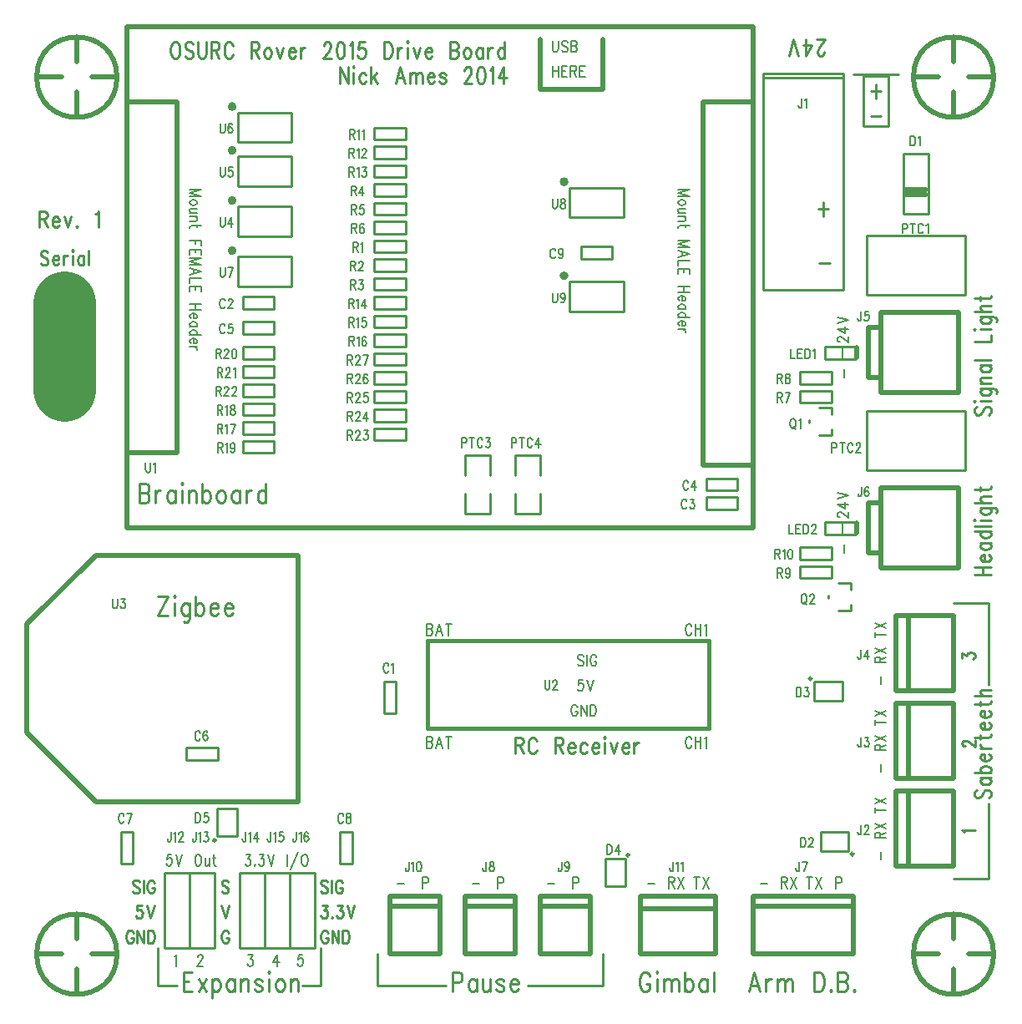
<source format=gto>
*
*
G04 PADS 9.5 Build Number: 522968 generated Gerber (RS-274-X) file*
G04 PC Version=2.1*
*
%IN "Drive Board.pcb"*%
*
%MOIN*%
*
%FSLAX35Y35*%
*
*
*
*
G04 PC Standard Apertures*
*
*
G04 Thermal Relief Aperture macro.*
%AMTER*
1,1,$1,0,0*
1,0,$1-$2,0,0*
21,0,$3,$4,0,0,45*
21,0,$3,$4,0,0,135*
%
*
*
G04 Annular Aperture macro.*
%AMANN*
1,1,$1,0,0*
1,0,$2,0,0*
%
*
*
G04 Odd Aperture macro.*
%AMODD*
1,1,$1,0,0*
1,0,$1-0.005,0,0*
%
*
*
G04 PC Custom Aperture Macros*
*
*
*
*
*
*
G04 PC Aperture Table*
*
%ADD010C,0.001*%
%ADD018C,0.01*%
%ADD022C,0.015*%
%ADD050C,0.02*%
%ADD051C,0.01969*%
%ADD052C,0.005*%
%ADD053C,0.00984*%
%ADD054C,0.01969*%
%ADD055C,0.008*%
%ADD056C,0.007*%
%ADD057C,0.009*%
%ADD058C,0.25*%
*
*
*
*
G04 PC Circuitry*
G04 Layer Name Drive Board.pcb - circuitry*
%LPD*%
*
*
G04 PC Custom Flashes*
G04 Layer Name Drive Board.pcb - flashes*
%LPD*%
*
*
G04 PC Circuitry*
G04 Layer Name Drive Board.pcb - circuitry*
%LPD*%
*
G54D10*
G54D18*
G01X394000Y385000D02*
X426000D01*
Y471378*
X394000*
Y385000*
X394252Y469803D02*
X425748D01*
X251299Y404862D02*
X238701D01*
Y400138*
X251299*
Y404862D02*
Y400138D01*
X245675*
X238701Y392638D02*
X251299D01*
Y397362*
X238701*
Y392638D02*
Y397362D01*
X244325*
X238701Y385138D02*
X251299D01*
Y389862*
X238701*
Y385138D02*
Y389862D01*
X244325*
X421500Y335500D02*
Y338000D01*
X416500*
X421500Y329500D02*
Y327000D01*
X416500*
X412500Y333000D02*
Y332000D01*
X421299Y344862D02*
X408701D01*
Y340138*
X421299*
Y344862D02*
Y340138D01*
X415675*
X421299Y352362D02*
X408701D01*
Y347638*
X421299*
Y352362D02*
Y347638D01*
X415675*
X431299Y362362D02*
X418701D01*
Y357638*
X431000*
X429000Y265500D02*
Y268000D01*
X424000*
X429000Y259500D02*
Y257000D01*
X424000*
X420000Y263000D02*
Y262000D01*
X421299Y274862D02*
X408701D01*
Y270138*
X421299*
Y274862D02*
Y270138D01*
X415675*
X421299Y282362D02*
X408701D01*
Y277638*
X421299*
Y282362D02*
Y277638D01*
X415675*
X431299Y292362D02*
X418701D01*
Y287638*
X431000*
X251299Y427362D02*
X238701D01*
Y422638*
X251299*
Y427362D02*
Y422638D01*
X245675*
X251299Y419862D02*
X238701D01*
Y415138*
X251299*
Y419862D02*
Y415138D01*
X245675*
X251299Y412362D02*
X238701D01*
Y407638*
X251299*
Y412362D02*
Y407638D01*
X245675*
X251299Y449862D02*
X238701D01*
Y445138*
X251299*
Y449862D02*
Y445138D01*
X245675*
X251299Y442362D02*
X238701D01*
Y437638*
X251299*
Y442362D02*
Y437638D01*
X245675*
X251299Y434862D02*
X238701D01*
Y430138*
X251299*
Y434862D02*
Y430138D01*
X245675*
X414488Y228937D02*
X425512D01*
Y221063*
X414488*
Y228937*
X413513Y230000D02*
G75*
G03X413513I-600J0D01*
G01X428012Y161063D02*
X416988D01*
Y168937*
X428012*
Y161063*
X430187Y160000D02*
G03X430187I-600J0D01*
G01X251299Y382362D02*
X238701D01*
Y377638*
X251299*
Y382362D02*
Y377638D01*
X245675*
X251299Y374862D02*
X238701D01*
Y370138*
X251299*
Y374862D02*
Y370138D01*
X245675*
X251299Y367362D02*
X238701D01*
Y362638*
X251299*
Y367362D02*
Y362638D01*
X245675*
X198799Y339862D02*
X186201D01*
Y335138*
X198799*
Y339862D02*
Y335138D01*
X193175*
X198799Y332362D02*
X186201D01*
Y327638*
X198799*
Y332362D02*
Y327638D01*
X193175*
X338937Y158012D02*
Y146988D01*
X331063*
Y158012*
X338937*
X340600Y159587D02*
G03X340600I-600J0D01*
G01X198799Y324862D02*
X186201D01*
Y320138*
X198799*
Y324862D02*
Y320138D01*
X193175*
X198799Y362362D02*
X186201D01*
Y357638*
X198799*
Y362362D02*
Y357638D01*
X193175*
X198799Y354862D02*
X186201D01*
Y350138*
X198799*
Y354862D02*
Y350138D01*
X193175*
X198799Y347362D02*
X186201D01*
Y342638*
X198799*
Y347362D02*
Y342638D01*
X193175*
X450000Y415500D02*
Y439500D01*
X460000*
Y415500*
X450000*
X247362Y216201D02*
Y228799D01*
X242638*
Y216201*
X247362D02*
X242638D01*
Y221825*
X198799Y382362D02*
X186201D01*
Y377638*
X198799*
Y382362D02*
Y377638D01*
X193175*
X371201Y297638D02*
X383799D01*
Y302362*
X371201*
Y297638D02*
Y302362D01*
X376825*
X383799Y309862D02*
X371201D01*
Y305138*
X383799*
Y309862D02*
Y305138D01*
X378175*
X198799Y372362D02*
X186201D01*
Y367638*
X198799*
Y372362D02*
Y367638D01*
X193175*
X176299Y202362D02*
X163701D01*
Y197638*
X176299*
Y202362D02*
Y197638D01*
X170675*
X155000Y152500D02*
X165000D01*
Y122500*
X155000*
Y152500*
X165000D02*
X175000D01*
Y122500*
X165000*
Y152500*
X185000D02*
X195000D01*
Y122500*
X185000*
Y152500*
X195000D02*
X205000D01*
Y122500*
X195000*
Y152500*
X205000D02*
X215000D01*
Y122500*
X205000*
Y152500*
X275000Y303750D02*
Y295700D01*
X285000*
Y303750*
X275000Y311250D02*
Y319300D01*
X285000*
Y311250*
X305000D02*
Y319300D01*
X295000*
Y311250*
X305000Y303750D02*
Y295700D01*
X295000*
Y303750*
X251299Y329862D02*
X238701D01*
Y325138*
X251299*
Y329862D02*
Y325138D01*
X245675*
X251299Y337362D02*
X238701D01*
Y332638*
X251299*
Y337362D02*
Y332638D01*
X245675*
X251299Y344862D02*
X238701D01*
Y340138*
X251299*
Y344862D02*
Y340138D01*
X245675*
X251299Y352362D02*
X238701D01*
Y347638*
X251299*
Y352362D02*
Y347638D01*
X245675*
X251299Y359862D02*
X238701D01*
Y355138*
X251299*
Y359862D02*
Y355138D01*
X245675*
X176063Y166988D02*
Y178012D01*
X183937*
Y166988*
X176063*
X175600Y165413D02*
G03X175600I-600J0D01*
G01X435315Y406811D02*
X474685D01*
Y383189*
X435315*
Y406811*
Y336811D02*
X474685D01*
Y313189*
X435315*
Y336811*
X142362Y156201D02*
Y168799D01*
X137638*
Y156201*
X142362D02*
X137638D01*
Y161825*
X229862Y156201D02*
Y168799D01*
X225138*
Y156201*
X229862D02*
X225138D01*
Y161825*
X321201Y397638D02*
X333799D01*
Y402362*
X321201*
Y397638D02*
Y402362D01*
X326825*
X348818Y111000D02*
X348545Y111750D01*
X348000Y112500*
X347455Y112875*
X346364*
X345818Y112500*
X345273Y111750*
X345000Y111000*
X344727Y109875*
Y108000*
X345000Y106875*
X345273Y106125*
X345818Y105375*
X346364Y105000*
X347455*
X348000Y105375*
X348545Y106125*
X348818Y106875*
Y108000*
X347455D02*
X348818D01*
X351273Y112875D02*
X351545Y112500D01*
X351818Y112875*
X351545Y113250*
X351273Y112875*
X351545Y110250D02*
Y105000D01*
X354273Y110250D02*
Y105000D01*
Y108750D02*
X355091Y109875D01*
X355636Y110250*
X356455*
X357000Y109875*
X357273Y108750*
Y105000*
Y108750D02*
X358091Y109875D01*
X358636Y110250*
X359455*
X360000Y109875*
X360273Y108750*
Y105000*
X362727Y112875D02*
Y105000D01*
Y109125D02*
X363273Y109875D01*
X363818Y110250*
X364636*
X365182Y109875*
X365727Y109125*
X366000Y108000*
Y107250*
X365727Y106125*
X365182Y105375*
X364636Y105000*
X363818*
X363273Y105375*
X362727Y106125*
X371727Y110250D02*
Y105000D01*
Y109125D02*
X371182Y109875D01*
X370636Y110250*
X369818*
X369273Y109875*
X368727Y109125*
X368455Y108000*
Y107250*
X368727Y106125*
X369273Y105375*
X369818Y105000*
X370636*
X371182Y105375*
X371727Y106125*
X374182Y112875D02*
Y105000D01*
X295000Y206563D02*
Y200000D01*
Y206563D02*
X297045D01*
X297045D02*
X297727Y206250D01*
X297955Y205938*
X297955D02*
X298182Y205313D01*
X298182D02*
Y204688D01*
X298182D02*
X297955Y204063D01*
X297955D02*
X297727Y203750D01*
X297045Y203438*
X297045D02*
X295000D01*
X296591D02*
X298182Y200000D01*
X303636Y205000D02*
X303409Y205625D01*
X302955Y206250*
X302500Y206563*
X302500D02*
X301591D01*
X301591D02*
X301136Y206250D01*
X300682Y205625*
X300455Y205000*
X300227Y204063*
X300227D02*
Y202500D01*
X300455Y201563*
X300455D02*
X300682Y200938D01*
X300682D02*
X301136Y200313D01*
X301136D02*
X301591Y200000D01*
X302500*
X302955Y200313*
X302955D02*
X303409Y200938D01*
X303409D02*
X303636Y201563D01*
X310909Y206563D02*
Y200000D01*
Y206563D02*
X312955D01*
X312955D02*
X313636Y206250D01*
X313864Y205938*
X313864D02*
X314091Y205313D01*
X314091D02*
Y204688D01*
X314091D02*
X313864Y204063D01*
X313864D02*
X313636Y203750D01*
X312955Y203438*
X312955D02*
X310909D01*
X312500D02*
X314091Y200000D01*
X316136Y202500D02*
X318864D01*
Y203125*
X318636Y203750*
X318409Y204063*
X318409D02*
X317955Y204375D01*
X317273*
X316818Y204063*
X316818D02*
X316364Y203438D01*
X316364D02*
X316136Y202500D01*
Y201875*
X316364Y200938*
X316364D02*
X316818Y200313D01*
X316818D02*
X317273Y200000D01*
X317955*
X318409Y200313*
X318409D02*
X318864Y200938D01*
X323636Y203438D02*
X323182Y204063D01*
X323182D02*
X322727Y204375D01*
X322045*
X321591Y204063*
X321591D02*
X321136Y203438D01*
X321136D02*
X320909Y202500D01*
Y201875*
X321136Y200938*
X321136D02*
X321591Y200313D01*
X321591D02*
X322045Y200000D01*
X322727*
X323182Y200313*
X323182D02*
X323636Y200938D01*
X325682Y202500D02*
X328409D01*
Y203125*
X328182Y203750*
X327955Y204063*
X327955D02*
X327500Y204375D01*
X326818*
X326364Y204063*
X326364D02*
X325909Y203438D01*
X325909D02*
X325682Y202500D01*
Y201875*
X325909Y200938*
X325909D02*
X326364Y200313D01*
X326364D02*
X326818Y200000D01*
X327500*
X327955Y200313*
X327955D02*
X328409Y200938D01*
X330455Y206563D02*
X330682Y206250D01*
X330909Y206563*
X330909D02*
X330682Y206875D01*
X330455Y206563*
X330682Y204375D02*
Y200000D01*
X332955Y204375D02*
X334318Y200000D01*
X335682Y204375D02*
X334318Y200000D01*
X337727Y202500D02*
X340455D01*
Y203125*
X340227Y203750*
X340000Y204063*
X340000D02*
X339545Y204375D01*
X338864*
X338409Y204063*
X338409D02*
X337955Y203438D01*
X337955D02*
X337727Y202500D01*
Y201875*
X337955Y200938*
X337955D02*
X338409Y200313D01*
X338409D02*
X338864Y200000D01*
X339545*
X340000Y200313*
X340000D02*
X340455Y200938D01*
X342500Y204375D02*
Y200000D01*
Y202500D02*
X342727Y203438D01*
X342727D02*
X343182Y204063D01*
X343182D02*
X343636Y204375D01*
X344318*
X156318Y262875D02*
X152500Y255000D01*
Y262875D02*
X156318D01*
X152500Y255000D02*
X156318D01*
X158773Y262875D02*
X159045Y262500D01*
X159318Y262875*
X159045Y263250*
X158773Y262875*
X159045Y260250D02*
Y255000D01*
X165045Y260250D02*
Y254250D01*
X164773Y253125*
X164500Y252750*
X163955Y252375*
X163136*
X162591Y252750*
X165045Y259125D02*
X164500Y259875D01*
X163955Y260250*
X163136*
X162591Y259875*
X162045Y259125*
X161773Y258000*
Y257250*
X162045Y256125*
X162591Y255375*
X163136Y255000*
X163955*
X164500Y255375*
X165045Y256125*
X167500Y262875D02*
Y255000D01*
Y259125D02*
X168045Y259875D01*
X168591Y260250*
X169409*
X169955Y259875*
X170500Y259125*
X170773Y258000*
Y257250*
X170500Y256125*
X169955Y255375*
X169409Y255000*
X168591*
X168045Y255375*
X167500Y256125*
X173227Y258000D02*
X176500D01*
Y258750*
X176227Y259500*
X175955Y259875*
X175409Y260250*
X174591*
X174045Y259875*
X173500Y259125*
X173227Y258000*
Y257250*
X173500Y256125*
X174045Y255375*
X174591Y255000*
X175409*
X175955Y255375*
X176500Y256125*
X178955Y258000D02*
X182227D01*
Y258750*
X181955Y259500*
X181682Y259875*
X181136Y260250*
X180318*
X179773Y259875*
X179227Y259125*
X178955Y258000*
Y257250*
X179227Y256125*
X179773Y255375*
X180318Y255000*
X181136*
X181682Y255375*
X182227Y256125*
X145000Y307875D02*
Y300000D01*
Y307875D02*
X147455D01*
X148273Y307500*
X148545Y307125*
X148818Y306375*
Y305625*
X148545Y304875*
X148273Y304500*
X147455Y304125*
X145000D02*
X147455D01*
X148273Y303750*
X148545Y303375*
X148818Y302625*
Y301500*
X148545Y300750*
X148273Y300375*
X147455Y300000*
X145000*
X151273Y305250D02*
Y300000D01*
Y303000D02*
X151545Y304125D01*
X152091Y304875*
X152636Y305250*
X153455*
X159182D02*
Y300000D01*
Y304125D02*
X158636Y304875D01*
X158091Y305250*
X157273*
X156727Y304875*
X156182Y304125*
X155909Y303000*
Y302250*
X156182Y301125*
X156727Y300375*
X157273Y300000*
X158091*
X158636Y300375*
X159182Y301125*
X161636Y307875D02*
X161909Y307500D01*
X162182Y307875*
X161909Y308250*
X161636Y307875*
X161909Y305250D02*
Y300000D01*
X164636Y305250D02*
Y300000D01*
Y303750D02*
X165455Y304875D01*
X166000Y305250*
X166818*
X167364Y304875*
X167636Y303750*
Y300000*
X170091Y307875D02*
Y300000D01*
Y304125D02*
X170636Y304875D01*
X171182Y305250*
X172000*
X172545Y304875*
X173091Y304125*
X173364Y303000*
Y302250*
X173091Y301125*
X172545Y300375*
X172000Y300000*
X171182*
X170636Y300375*
X170091Y301125*
X177182Y305250D02*
X176636Y304875D01*
X176091Y304125*
X175818Y303000*
Y302250*
X176091Y301125*
X176636Y300375*
X177182Y300000*
X178000*
X178545Y300375*
X179091Y301125*
X179364Y302250*
Y303000*
X179091Y304125*
X178545Y304875*
X178000Y305250*
X177182*
X185091D02*
Y300000D01*
Y304125D02*
X184545Y304875D01*
X184000Y305250*
X183182*
X182636Y304875*
X182091Y304125*
X181818Y303000*
Y302250*
X182091Y301125*
X182636Y300375*
X183182Y300000*
X184000*
X184545Y300375*
X185091Y301125*
X187545Y305250D02*
Y300000D01*
Y303000D02*
X187818Y304125D01*
X188364Y304875*
X188909Y305250*
X189727*
X195455Y307875D02*
Y300000D01*
Y304125D02*
X194909Y304875D01*
X194364Y305250*
X193545*
X193000Y304875*
X192455Y304125*
X192182Y303000*
Y302250*
X192455Y301125*
X193000Y300375*
X193545Y300000*
X194364*
X194909Y300375*
X195455Y301125*
X270000Y112875D02*
Y105000D01*
Y112875D02*
X272455D01*
X273273Y112500*
X273545Y112125*
X273818Y111375*
Y110250*
X273545Y109500*
X273273Y109125*
X272455Y108750*
X270000*
X279545Y110250D02*
Y105000D01*
Y109125D02*
X279000Y109875D01*
X278455Y110250*
X277636*
X277091Y109875*
X276545Y109125*
X276273Y108000*
Y107250*
X276545Y106125*
X277091Y105375*
X277636Y105000*
X278455*
X279000Y105375*
X279545Y106125*
X282000Y110250D02*
Y106500D01*
X282273Y105375*
X282818Y105000*
X283636*
X284182Y105375*
X285000Y106500*
Y110250D02*
Y105000D01*
X290455Y109125D02*
X290182Y109875D01*
X289364Y110250*
X288545*
X287727Y109875*
X287455Y109125*
X287727Y108375*
X288273Y108000*
X289636Y107625*
X290182Y107250*
X290455Y106500*
Y106125*
X290182Y105375*
X289364Y105000*
X288545*
X287727Y105375*
X287455Y106125*
X292909Y108000D02*
X296182D01*
Y108750*
X295909Y109500*
X295636Y109875*
X295091Y110250*
X294273*
X293727Y109875*
X293182Y109125*
X292909Y108000*
Y107250*
X293182Y106125*
X293727Y105375*
X294273Y105000*
X295091*
X295636Y105375*
X296182Y106125*
X390500Y112875D02*
X388318Y105000D01*
X390500Y112875D02*
X392682Y105000D01*
X389136Y107625D02*
X391864D01*
X395136Y110250D02*
Y105000D01*
Y108000D02*
X395409Y109125D01*
X395955Y109875*
X396500Y110250*
X397318*
X399773D02*
Y105000D01*
Y108750D02*
X400591Y109875D01*
X401136Y110250*
X401955*
X402500Y109875*
X402773Y108750*
Y105000*
Y108750D02*
X403591Y109875D01*
X404136Y110250*
X404955*
X405500Y109875*
X405773Y108750*
Y105000*
X414500Y112875D02*
Y105000D01*
Y112875D02*
X416409D01*
X417227Y112500*
X417773Y111750*
X418045Y111000*
X418318Y109875*
Y108000*
X418045Y106875*
X417773Y106125*
X417227Y105375*
X416409Y105000*
X414500*
X421045Y105750D02*
X420773Y105375D01*
X421045Y105000*
X421318Y105375*
X421045Y105750*
X423773Y112875D02*
Y105000D01*
Y112875D02*
X426227D01*
X427045Y112500*
X427318Y112125*
X427591Y111375*
Y110625*
X427318Y109875*
X427045Y109500*
X426227Y109125*
X423773D02*
X426227D01*
X427045Y108750*
X427318Y108375*
X427591Y107625*
Y106500*
X427318Y105750*
X427045Y105375*
X426227Y105000*
X423773*
X430318Y105750D02*
X430045Y105375D01*
X430318Y105000*
X430591Y105375*
X430318Y105750*
X479375Y185636D02*
X478750Y185182D01*
X478437Y184500*
X478437D02*
Y183591D01*
X478437D02*
X478750Y182909D01*
X479375Y182455*
X480000*
X480625Y182682*
X480937Y182909*
X480937D02*
X481250Y183364D01*
X481875Y184727*
X482187Y185182*
X482187D02*
X482500Y185409D01*
X483125Y185636*
X484062*
X484062D02*
X484687Y185182D01*
X484687D02*
X485000Y184500D01*
Y183591*
X484687Y182909*
X484687D02*
X484062Y182455D01*
X480625Y190409D02*
X485000D01*
X481562D02*
X480937Y189955D01*
X480937D02*
X480625Y189500D01*
Y188818*
X480937Y188364*
X480937D02*
X481562Y187909D01*
X481562D02*
X482500Y187682D01*
X483125*
X484062Y187909*
X484062D02*
X484687Y188364D01*
X484687D02*
X485000Y188818D01*
Y189500*
X484687Y189955*
X484687D02*
X484062Y190409D01*
X478437Y192455D02*
X485000D01*
X481562D02*
X480937Y192909D01*
X480937D02*
X480625Y193364D01*
Y194045*
X480937Y194500*
X480937D02*
X481562Y194955D01*
X481562D02*
X482500Y195182D01*
X483125*
X484062Y194955*
X484062D02*
X484687Y194500D01*
X484687D02*
X485000Y194045D01*
Y193364*
X484687Y192909*
X484687D02*
X484062Y192455D01*
X482500Y197227D02*
Y199955D01*
X481875*
X481250Y199727*
X480937Y199500*
X480937D02*
X480625Y199045D01*
Y198364*
X480937Y197909*
X480937D02*
X481562Y197455D01*
X481562D02*
X482500Y197227D01*
X483125*
X484062Y197455*
X484062D02*
X484687Y197909D01*
X484687D02*
X485000Y198364D01*
Y199045*
X484687Y199500*
X484687D02*
X484062Y199955D01*
X480625Y202000D02*
X485000D01*
X482500D02*
X481562Y202227D01*
X481562D02*
X480937Y202682D01*
X480937D02*
X480625Y203136D01*
Y203818*
X478437Y206545D02*
X483750D01*
X484687Y206773*
X484687D02*
X485000Y207227D01*
Y207682*
X480625Y205864D02*
Y207455D01*
X482500Y209727D02*
Y212455D01*
X481875*
X481250Y212227*
X480937Y212000*
X480937D02*
X480625Y211545D01*
Y210864*
X480937Y210409*
X480937D02*
X481562Y209955D01*
X481562D02*
X482500Y209727D01*
X483125*
X484062Y209955*
X484062D02*
X484687Y210409D01*
X484687D02*
X485000Y210864D01*
Y211545*
X484687Y212000*
X484687D02*
X484062Y212455D01*
X482500Y214500D02*
Y217227D01*
X481875*
X481250Y217000*
X480937Y216773*
X480937D02*
X480625Y216318D01*
Y215636*
X480937Y215182*
X480937D02*
X481562Y214727D01*
X481562D02*
X482500Y214500D01*
X483125*
X484062Y214727*
X484062D02*
X484687Y215182D01*
X484687D02*
X485000Y215636D01*
Y216318*
X484687Y216773*
X484687D02*
X484062Y217227D01*
X478437Y219955D02*
X483750D01*
X484687Y220182*
X484687D02*
X485000Y220636D01*
Y221091*
X480625Y219273D02*
Y220864D01*
X478437Y223136D02*
X485000D01*
X481875D02*
X480937Y223818D01*
X480937D02*
X480625Y224273D01*
Y224955*
X480937Y225409*
X480937D02*
X481875Y225636D01*
X485000*
X162545Y112875D02*
Y105000D01*
Y112875D02*
X166091D01*
X162545Y109125D02*
X164727D01*
X162545Y105000D02*
X166091D01*
X168545Y110250D02*
X171545Y105000D01*
Y110250D02*
X168545Y105000D01*
X174000Y110250D02*
Y102375D01*
Y109125D02*
X174545Y109875D01*
X175091Y110250*
X175909*
X176455Y109875*
X177000Y109125*
X177273Y108000*
Y107250*
X177000Y106125*
X176455Y105375*
X175909Y105000*
X175091*
X174545Y105375*
X174000Y106125*
X183000Y110250D02*
Y105000D01*
Y109125D02*
X182455Y109875D01*
X181909Y110250*
X181091*
X180545Y109875*
X180000Y109125*
X179727Y108000*
Y107250*
X180000Y106125*
X180545Y105375*
X181091Y105000*
X181909*
X182455Y105375*
X183000Y106125*
X185455Y110250D02*
Y105000D01*
Y108750D02*
X186273Y109875D01*
X186818Y110250*
X187636*
X188182Y109875*
X188455Y108750*
Y105000*
X193909Y109125D02*
X193636Y109875D01*
X192818Y110250*
X192000*
X191182Y109875*
X190909Y109125*
X191182Y108375*
X191727Y108000*
X193091Y107625*
X193636Y107250*
X193909Y106500*
Y106125*
X193636Y105375*
X192818Y105000*
X192000*
X191182Y105375*
X190909Y106125*
X196364Y112875D02*
X196636Y112500D01*
X196909Y112875*
X196636Y113250*
X196364Y112875*
X196636Y110250D02*
Y105000D01*
X200727Y110250D02*
X200182Y109875D01*
X199636Y109125*
X199364Y108000*
Y107250*
X199636Y106125*
X200182Y105375*
X200727Y105000*
X201545*
X202091Y105375*
X202636Y106125*
X202909Y107250*
Y108000*
X202636Y109125*
X202091Y109875*
X201545Y110250*
X200727*
X205364D02*
Y105000D01*
Y108750D02*
X206182Y109875D01*
X206727Y110250*
X207545*
X208091Y109875*
X208364Y108750*
Y105000*
X418386Y480000D02*
Y479687D01*
X418386D02*
X418159Y479062D01*
X418159D02*
X417932Y478750D01*
X417477Y478437*
X417477D02*
X416568D01*
X416568D02*
X416114Y478750D01*
X415886Y479062*
X415886D02*
X415659Y479687D01*
X415659D02*
Y480312D01*
X415659D02*
X415886Y480937D01*
X415886D02*
X416341Y481875D01*
X418614Y485000*
X415432*
X411114Y478437D02*
X413386Y482812D01*
X413386D02*
X409977D01*
X411114Y478437D02*
Y485000D01*
X407932Y478437D02*
X406114Y485000D01*
X404295Y478437D02*
X406114Y485000D01*
X437000Y454406D02*
X441091D01*
X439045Y467219D02*
Y461594D01*
X437000Y464406D02*
X441091D01*
X418045Y420219D02*
Y414594D01*
X416000Y417406D02*
X420091D01*
X416500Y395906D02*
X420591D01*
X478437Y271432D02*
X485000D01*
X478437Y274614D02*
X485000D01*
X481562Y271432D02*
Y274614D01*
X482500Y276659D02*
Y279386D01*
X481875*
X481250Y279159*
X480937Y278932*
X480937D02*
X480625Y278477D01*
Y277795*
X480937Y277341*
X480937D02*
X481562Y276886D01*
X481562D02*
X482500Y276659D01*
X483125*
X484062Y276886*
X484062D02*
X484687Y277341D01*
X484687D02*
X485000Y277795D01*
Y278477*
X484687Y278932*
X484687D02*
X484062Y279386D01*
X480625Y284159D02*
X485000D01*
X481562D02*
X480937Y283705D01*
X480937D02*
X480625Y283250D01*
Y282568*
X480937Y282114*
X480937D02*
X481562Y281659D01*
X481562D02*
X482500Y281432D01*
X483125*
X484062Y281659*
X484062D02*
X484687Y282114D01*
X484687D02*
X485000Y282568D01*
Y283250*
X484687Y283705*
X484687D02*
X484062Y284159D01*
X478437Y288932D02*
X485000D01*
X481562D02*
X480937Y288477D01*
X480937D02*
X480625Y288023D01*
Y287341*
X480937Y286886*
X480937D02*
X481562Y286432D01*
X481562D02*
X482500Y286205D01*
X483125*
X484062Y286432*
X484062D02*
X484687Y286886D01*
X484687D02*
X485000Y287341D01*
Y288023*
X484687Y288477*
X484687D02*
X484062Y288932D01*
X478437Y290977D02*
X485000D01*
X478437Y293023D02*
X478750Y293250D01*
X478437Y293477*
X478437D02*
X478125Y293250D01*
X478437Y293023*
X480625Y293250D02*
X485000D01*
X480625Y298250D02*
X485625D01*
X486563Y298023*
X486563D02*
X486875Y297795D01*
X487188Y297341*
X487188D02*
Y296659D01*
X487188D02*
X486875Y296205D01*
X481562Y298250D02*
X480937Y297795D01*
X480937D02*
X480625Y297341D01*
Y296659*
X480937Y296205*
X480937D02*
X481562Y295750D01*
X481562D02*
X482500Y295523D01*
X483125*
X484062Y295750*
X484062D02*
X484687Y296205D01*
X484687D02*
X485000Y296659D01*
Y297341*
X484687Y297795*
X484687D02*
X484062Y298250D01*
X478437Y300295D02*
X485000D01*
X481875D02*
X480937Y300977D01*
X480937D02*
X480625Y301432D01*
Y302114*
X480937Y302568*
X480937D02*
X481875Y302795D01*
X485000*
X478437Y305523D02*
X483750D01*
X484687Y305750*
X484687D02*
X485000Y306205D01*
Y306659*
X480625Y304841D02*
Y306432D01*
X479375Y338477D02*
X478750Y338023D01*
X478437Y337341*
X478437D02*
Y336432D01*
X478437D02*
X478750Y335750D01*
X479375Y335295*
X480000*
X480625Y335523*
X480937Y335750*
X480937D02*
X481250Y336205D01*
X481875Y337568*
X482187Y338023*
X482187D02*
X482500Y338250D01*
X483125Y338477*
X484062*
X484062D02*
X484687Y338023D01*
X484687D02*
X485000Y337341D01*
Y336432*
X484687Y335750*
X484687D02*
X484062Y335295D01*
X478437Y340523D02*
X478750Y340750D01*
X478437Y340977*
X478437D02*
X478125Y340750D01*
X478437Y340523*
X480625Y340750D02*
X485000D01*
X480625Y345750D02*
X485625D01*
X486563Y345523*
X486563D02*
X486875Y345295D01*
X487188Y344841*
X487188D02*
Y344159D01*
X487188D02*
X486875Y343705D01*
X481562Y345750D02*
X480937Y345295D01*
X480937D02*
X480625Y344841D01*
Y344159*
X480937Y343705*
X480937D02*
X481562Y343250D01*
X481562D02*
X482500Y343023D01*
X483125*
X484062Y343250*
X484062D02*
X484687Y343705D01*
X484687D02*
X485000Y344159D01*
Y344841*
X484687Y345295*
X484687D02*
X484062Y345750D01*
X480625Y347795D02*
X485000D01*
X481875D02*
X480937Y348477D01*
X480937D02*
X480625Y348932D01*
Y349614*
X480937Y350068*
X480937D02*
X481875Y350295D01*
X485000*
X480625Y355068D02*
X485000D01*
X481562D02*
X480937Y354614D01*
X480937D02*
X480625Y354159D01*
Y353477*
X480937Y353023*
X480937D02*
X481562Y352568D01*
X481562D02*
X482500Y352341D01*
X483125*
X484062Y352568*
X484062D02*
X484687Y353023D01*
X484687D02*
X485000Y353477D01*
Y354159*
X484687Y354614*
X484687D02*
X484062Y355068D01*
X478437Y357114D02*
X485000D01*
X478437Y364386D02*
X485000D01*
Y367114*
X478437Y369159D02*
X478750Y369386D01*
X478437Y369614*
X478437D02*
X478125Y369386D01*
X478437Y369159*
X480625Y369386D02*
X485000D01*
X480625Y374386D02*
X485625D01*
X486563Y374159*
X486563D02*
X486875Y373932D01*
X487188Y373477*
X487188D02*
Y372795D01*
X487188D02*
X486875Y372341D01*
X481562Y374386D02*
X480937Y373932D01*
X480937D02*
X480625Y373477D01*
Y372795*
X480937Y372341*
X480937D02*
X481562Y371886D01*
X481562D02*
X482500Y371659D01*
X483125*
X484062Y371886*
X484062D02*
X484687Y372341D01*
X484687D02*
X485000Y372795D01*
Y373477*
X484687Y373932*
X484687D02*
X484062Y374386D01*
X478437Y376432D02*
X485000D01*
X481875D02*
X480937Y377114D01*
X480937D02*
X480625Y377568D01*
Y378250*
X480937Y378705*
X480937D02*
X481875Y378932D01*
X485000*
X478437Y381659D02*
X483750D01*
X484687Y381886*
X484687D02*
X485000Y382341D01*
Y382795*
X480625Y380977D02*
Y382568D01*
X158864Y484063D02*
X158409Y483750D01*
X157955Y483125*
X157727Y482500*
X157500Y481563*
X157500D02*
Y480000D01*
X157727Y479063*
X157727D02*
X157955Y478438D01*
X157955D02*
X158409Y477813D01*
X158409D02*
X158864Y477500D01*
X159773*
X160227Y477813*
X160227D02*
X160682Y478438D01*
X160682D02*
X160909Y479063D01*
X160909D02*
X161136Y480000D01*
Y481563*
X161136D02*
X160909Y482500D01*
X160682Y483125*
X160227Y483750*
X159773Y484063*
X159773D02*
X158864D01*
X166364Y483125D02*
X165909Y483750D01*
X165227Y484063*
X165227D02*
X164318D01*
X164318D02*
X163636Y483750D01*
X163182Y483125*
Y482500*
X163409Y481875*
X163636Y481563*
X163636D02*
X164091Y481250D01*
X165455Y480625*
X165909Y480313*
X165909D02*
X166136Y480000D01*
X166364Y479375*
Y478438*
X166364D02*
X165909Y477813D01*
X165909D02*
X165227Y477500D01*
X164318*
X163636Y477813*
X163636D02*
X163182Y478438D01*
X168409Y484063D02*
Y479375D01*
X168636Y478438*
X168636D02*
X169091Y477813D01*
X169091D02*
X169773Y477500D01*
X170227*
X170909Y477813*
X170909D02*
X171364Y478438D01*
X171364D02*
X171591Y479375D01*
Y484063*
X173636D02*
Y477500D01*
Y484063D02*
X175682D01*
X175682D02*
X176364Y483750D01*
X176591Y483438*
X176591D02*
X176818Y482813D01*
X176818D02*
Y482188D01*
X176818D02*
X176591Y481563D01*
X176591D02*
X176364Y481250D01*
X175682Y480938*
X175682D02*
X173636D01*
X175227D02*
X176818Y477500D01*
X182273Y482500D02*
X182045Y483125D01*
X181591Y483750*
X181136Y484063*
X181136D02*
X180227D01*
X180227D02*
X179773Y483750D01*
X179318Y483125*
X179091Y482500*
X178864Y481563*
X178864D02*
Y480000D01*
X179091Y479063*
X179091D02*
X179318Y478438D01*
X179318D02*
X179773Y477813D01*
X179773D02*
X180227Y477500D01*
X181136*
X181591Y477813*
X181591D02*
X182045Y478438D01*
X182045D02*
X182273Y479063D01*
X189545Y484063D02*
Y477500D01*
Y484063D02*
X191591D01*
X191591D02*
X192273Y483750D01*
X192500Y483438*
X192500D02*
X192727Y482813D01*
X192727D02*
Y482188D01*
X192727D02*
X192500Y481563D01*
X192500D02*
X192273Y481250D01*
X191591Y480938*
X191591D02*
X189545D01*
X191136D02*
X192727Y477500D01*
X195909Y481875D02*
X195455Y481563D01*
X195455D02*
X195000Y480938D01*
X195000D02*
X194773Y480000D01*
Y479375*
X195000Y478438*
X195000D02*
X195455Y477813D01*
X195455D02*
X195909Y477500D01*
X196591*
X197045Y477813*
X197045D02*
X197500Y478438D01*
X197500D02*
X197727Y479375D01*
Y480000*
X197500Y480938*
X197500D02*
X197045Y481563D01*
X197045D02*
X196591Y481875D01*
X195909*
X199773D02*
X201136Y477500D01*
X202500Y481875D02*
X201136Y477500D01*
X204545Y480000D02*
X207273D01*
Y480625*
X207045Y481250*
X206818Y481563*
X206818D02*
X206364Y481875D01*
X205682*
X205227Y481563*
X205227D02*
X204773Y480938D01*
X204773D02*
X204545Y480000D01*
Y479375*
X204773Y478438*
X204773D02*
X205227Y477813D01*
X205227D02*
X205682Y477500D01*
X206364*
X206818Y477813*
X206818D02*
X207273Y478438D01*
X209318Y481875D02*
Y477500D01*
Y480000D02*
X209545Y480938D01*
X209545D02*
X210000Y481563D01*
X210000D02*
X210455Y481875D01*
X211136*
X218636Y482500D02*
Y482813D01*
X218636D02*
X218864Y483438D01*
X218864D02*
X219091Y483750D01*
X219545Y484063*
X219545D02*
X220455D01*
X220455D02*
X220909Y483750D01*
X221136Y483438*
X221136D02*
X221364Y482813D01*
X221364D02*
Y482188D01*
X221364D02*
X221136Y481563D01*
X221136D02*
X220682Y480625D01*
X218409Y477500*
X221591*
X225000Y484063D02*
X224318Y483750D01*
X223864Y482813*
X223864D02*
X223636Y481250D01*
Y480313*
X223636D02*
X223864Y478750D01*
X224318Y477813*
X224318D02*
X225000Y477500D01*
X225455*
X226136Y477813*
X226136D02*
X226591Y478750D01*
X226818Y480313*
X226818D02*
Y481250D01*
X226591Y482813*
X226591D02*
X226136Y483750D01*
X225455Y484063*
X225455D02*
X225000D01*
X228864Y482813D02*
X229318Y483125D01*
X230000Y484063*
X230000D02*
Y477500D01*
X235000Y484063D02*
X232727D01*
X232727D02*
X232500Y481250D01*
X232727Y481563*
X232727D02*
X233409Y481875D01*
X234091*
X234773Y481563*
X234773D02*
X235227Y480938D01*
X235227D02*
X235455Y480000D01*
X235227Y479375*
X235000Y478438*
X235000D02*
X234545Y477813D01*
X234545D02*
X233864Y477500D01*
X233182*
X232500Y477813*
X232500D02*
X232273Y478125D01*
X232045Y478750*
X242727Y484063D02*
Y477500D01*
Y484063D02*
X244318D01*
X244318D02*
X245000Y483750D01*
X245455Y483125*
X245682Y482500*
X245909Y481563*
X245909D02*
Y480000D01*
X245682Y479063*
X245682D02*
X245455Y478438D01*
X245455D02*
X245000Y477813D01*
X245000D02*
X244318Y477500D01*
X242727*
X247955Y481875D02*
Y477500D01*
Y480000D02*
X248182Y480938D01*
X248182D02*
X248636Y481563D01*
X248636D02*
X249091Y481875D01*
X249773*
X251818Y484063D02*
X252045Y483750D01*
X252273Y484063*
X252273D02*
X252045Y484375D01*
X251818Y484063*
X252045Y481875D02*
Y477500D01*
X254318Y481875D02*
X255682Y477500D01*
X257045Y481875D02*
X255682Y477500D01*
X259091Y480000D02*
X261818D01*
Y480625*
X261591Y481250*
X261364Y481563*
X261364D02*
X260909Y481875D01*
X260227*
X259773Y481563*
X259773D02*
X259318Y480938D01*
X259318D02*
X259091Y480000D01*
Y479375*
X259318Y478438*
X259318D02*
X259773Y477813D01*
X259773D02*
X260227Y477500D01*
X260909*
X261364Y477813*
X261364D02*
X261818Y478438D01*
X269091Y484063D02*
Y477500D01*
Y484063D02*
X271136D01*
X271136D02*
X271818Y483750D01*
X272045Y483438*
X272045D02*
X272273Y482813D01*
X272273D02*
Y482188D01*
X272273D02*
X272045Y481563D01*
X272045D02*
X271818Y481250D01*
X271136Y480938*
X269091D02*
X271136D01*
X271136D02*
X271818Y480625D01*
X272045Y480313*
X272045D02*
X272273Y479688D01*
X272273D02*
Y478750D01*
X272045Y478125*
X271818Y477813*
X271818D02*
X271136Y477500D01*
X269091*
X275455Y481875D02*
X275000Y481563D01*
X275000D02*
X274545Y480938D01*
X274545D02*
X274318Y480000D01*
Y479375*
X274545Y478438*
X274545D02*
X275000Y477813D01*
X275000D02*
X275455Y477500D01*
X276136*
X276591Y477813*
X276591D02*
X277045Y478438D01*
X277045D02*
X277273Y479375D01*
Y480000*
X277045Y480938*
X277045D02*
X276591Y481563D01*
X276591D02*
X276136Y481875D01*
X275455*
X282045D02*
Y477500D01*
Y480938D02*
X281591Y481563D01*
X281591D02*
X281136Y481875D01*
X280455*
X280000Y481563*
X280000D02*
X279545Y480938D01*
X279545D02*
X279318Y480000D01*
Y479375*
X279545Y478438*
X279545D02*
X280000Y477813D01*
X280000D02*
X280455Y477500D01*
X281136*
X281591Y477813*
X281591D02*
X282045Y478438D01*
X284091Y481875D02*
Y477500D01*
Y480000D02*
X284318Y480938D01*
X284318D02*
X284773Y481563D01*
X284773D02*
X285227Y481875D01*
X285909*
X290682Y484063D02*
Y477500D01*
Y480938D02*
X290227Y481563D01*
X290227D02*
X289773Y481875D01*
X289091*
X288636Y481563*
X288636D02*
X288182Y480938D01*
X288182D02*
X287955Y480000D01*
Y479375*
X288182Y478438*
X288182D02*
X288636Y477813D01*
X288636D02*
X289091Y477500D01*
X289773*
X290227Y477813*
X290227D02*
X290682Y478438D01*
X225000Y474063D02*
Y467500D01*
Y474063D02*
X228182Y467500D01*
Y474063D02*
Y467500D01*
X230227Y474063D02*
X230455Y473750D01*
X230682Y474063*
X230682D02*
X230455Y474375D01*
X230227Y474063*
X230455Y471875D02*
Y467500D01*
X235455Y470938D02*
X235000Y471563D01*
X235000D02*
X234545Y471875D01*
X233864*
X233409Y471563*
X233409D02*
X232955Y470938D01*
X232955D02*
X232727Y470000D01*
Y469375*
X232955Y468438*
X232955D02*
X233409Y467813D01*
X233409D02*
X233864Y467500D01*
X234545*
X235000Y467813*
X235000D02*
X235455Y468438D01*
X237500Y474063D02*
Y467500D01*
X239773Y471875D02*
X237500Y468750D01*
X238409Y470000D02*
X240000Y467500D01*
X249091Y474063D02*
X247273Y467500D01*
X249091Y474063D02*
X250909Y467500D01*
X247955Y469688D02*
X250227D01*
X252955Y471875D02*
Y467500D01*
Y470625D02*
X253636Y471563D01*
X253636D02*
X254091Y471875D01*
X254773*
X255227Y471563*
X255227D02*
X255455Y470625D01*
Y467500*
Y470625D02*
X256136Y471563D01*
X256136D02*
X256591Y471875D01*
X257273*
X257727Y471563*
X257727D02*
X257955Y470625D01*
Y467500*
X260000Y470000D02*
X262727D01*
Y470625*
X262500Y471250*
X262273Y471563*
X262273D02*
X261818Y471875D01*
X261136*
X260682Y471563*
X260682D02*
X260227Y470938D01*
X260227D02*
X260000Y470000D01*
Y469375*
X260227Y468438*
X260227D02*
X260682Y467813D01*
X260682D02*
X261136Y467500D01*
X261818*
X262273Y467813*
X262273D02*
X262727Y468438D01*
X267273Y470938D02*
X267045Y471563D01*
X267045D02*
X266364Y471875D01*
X265682*
X265000Y471563*
X265000D02*
X264773Y470938D01*
X264773D02*
X265000Y470313D01*
X265000D02*
X265455Y470000D01*
X266591Y469688*
X266591D02*
X267045Y469375D01*
X267273Y468750*
Y468438*
X267273D02*
X267045Y467813D01*
X267045D02*
X266364Y467500D01*
X265682*
X265000Y467813*
X265000D02*
X264773Y468438D01*
X274773Y472500D02*
Y472813D01*
X274773D02*
X275000Y473438D01*
X275000D02*
X275227Y473750D01*
X275682Y474063*
X275682D02*
X276591D01*
X276591D02*
X277045Y473750D01*
X277273Y473438*
X277273D02*
X277500Y472813D01*
X277500D02*
Y472188D01*
X277500D02*
X277273Y471563D01*
X277273D02*
X276818Y470625D01*
X274545Y467500*
X277727*
X281136Y474063D02*
X280455Y473750D01*
X280000Y472813*
X280000D02*
X279773Y471250D01*
Y470313*
X279773D02*
X280000Y468750D01*
X280455Y467813*
X280455D02*
X281136Y467500D01*
X281591*
X282273Y467813*
X282273D02*
X282727Y468750D01*
X282955Y470313*
X282955D02*
Y471250D01*
X282727Y472813*
X282727D02*
X282273Y473750D01*
X281591Y474063*
X281591D02*
X281136D01*
X285000Y472813D02*
X285455Y473125D01*
X286136Y474063*
X286136D02*
Y467500D01*
X290455Y474063D02*
X288182Y469688D01*
X288182D02*
X291591D01*
X290455Y474063D02*
Y467500D01*
X105000Y416563D02*
Y410000D01*
Y416563D02*
X107045D01*
X107045D02*
X107727Y416250D01*
X107955Y415938*
X107955D02*
X108182Y415313D01*
X108182D02*
Y414688D01*
X108182D02*
X107955Y414063D01*
X107955D02*
X107727Y413750D01*
X107045Y413438*
X107045D02*
X105000D01*
X106591D02*
X108182Y410000D01*
X110227Y412500D02*
X112955D01*
Y413125*
X112727Y413750*
X112500Y414063*
X112500D02*
X112045Y414375D01*
X111364*
X110909Y414063*
X110909D02*
X110455Y413438D01*
X110455D02*
X110227Y412500D01*
Y411875*
X110455Y410938*
X110455D02*
X110909Y410313D01*
X110909D02*
X111364Y410000D01*
X112045*
X112500Y410313*
X112500D02*
X112955Y410938D01*
X115000Y414375D02*
X116364Y410000D01*
X117727Y414375D02*
X116364Y410000D01*
X120000Y410625D02*
X119773Y410313D01*
X119773D02*
X120000Y410000D01*
X120227Y410313*
X120227D02*
X120000Y410625D01*
X127500Y415313D02*
X127955Y415625D01*
X128636Y416563*
X128636D02*
Y410000D01*
X240000Y120000D02*
Y107500D01*
X267500*
X330000Y120000D02*
Y107500D01*
X300000*
X484000Y227500D02*
Y260000D01*
X470000*
X484000Y180000D02*
Y150000D01*
X470000*
X152500Y122500D02*
Y107500D01*
X217500Y122500D02*
Y107500D01*
X152500D02*
X160000D01*
X215000D02*
X210000D01*
X215000D02*
X217500D01*
X434000Y450500D02*
Y470500D01*
X444000*
Y450500*
X434000*
X430000Y471000D02*
X448000D01*
X115000Y345000D02*
Y380000D01*
Y345000D02*
Y380000D01*
G54D22*
X372500Y217500D02*
Y245000D01*
X260000*
Y210000*
X372500*
Y217500*
G54D50*
X136000Y120000D02*
G03X136000I-16000J0D01*
G01X120000Y136000D02*
Y126000D01*
X136000Y120000D02*
X126000D01*
X120000Y104000D02*
Y114000D01*
X104000Y120000D02*
X114000D01*
X486000D02*
G03X486000I-16000J0D01*
G01X470000Y136000D02*
Y126000D01*
X486000Y120000D02*
X476000D01*
X470000Y104000D02*
Y114000D01*
X454000Y120000D02*
X464000D01*
X136000Y470000D02*
G03X136000I-16000J0D01*
G01X120000Y486000D02*
Y476000D01*
X136000Y470000D02*
X126000D01*
X120000Y454000D02*
Y464000D01*
X104000Y470000D02*
X114000D01*
X486000D02*
G03X486000I-16000J0D01*
G01X470000Y486000D02*
Y476000D01*
X486000Y470000D02*
X476000D01*
X470000Y454000D02*
Y464000D01*
X454000Y470000D02*
X464000D01*
X447000Y185000D02*
X470000D01*
Y155000*
X447000*
Y185000*
X452000D02*
Y155000D01*
X447000*
Y185000*
X452000*
X441000Y376000D02*
X472000D01*
Y344000*
X441000*
Y376000*
Y350000D02*
X436000D01*
Y370000*
X441000*
Y350000*
X431299Y362000D02*
Y358000D01*
X441000Y306000D02*
X472000D01*
Y274000*
X441000*
Y306000*
Y280000D02*
X436000D01*
Y300000*
X441000*
Y280000*
X431299Y292000D02*
Y288000D01*
X447000Y220000D02*
X470000D01*
Y190000*
X447000*
Y220000*
X452000D02*
Y190000D01*
X447000*
Y220000*
X452000*
X447000Y255000D02*
X470000D01*
Y225000*
X447000*
Y255000*
X452000D02*
Y225000D01*
X447000*
Y255000*
X452000*
X430000Y120000D02*
Y143000D01*
X390000*
Y120000*
X430000*
Y139000D02*
X390000D01*
Y143000*
X430000*
Y139000*
X295000Y120000D02*
Y143000D01*
X275000*
Y120000*
X295000*
Y139000D02*
X275000D01*
Y143000*
X295000*
Y139000*
X325000Y120000D02*
Y143000D01*
X305000*
Y120000*
X325000*
Y139000D02*
X305000D01*
Y143000*
X325000*
Y139000*
X265000Y120000D02*
Y143000D01*
X245000*
Y120000*
X265000*
Y139000D02*
X245000D01*
Y143000*
X265000*
Y139000*
X375000Y143000D02*
Y120000D01*
X345000*
Y143000*
X375000*
Y138000D02*
X345000D01*
Y143000*
X375000*
Y138000*
X140000Y405000D02*
Y395000D01*
X390000D02*
Y385000D01*
X145000Y490000D02*
X150000D01*
X145000Y290000D02*
X155000D01*
X140000Y490000D02*
Y290000D01*
X390000*
Y490000*
X140000*
X330000Y485000D02*
Y465000D01*
X305000*
Y485000*
X390000Y460000D02*
X370000D01*
Y315000*
X390000*
X140000Y460000D02*
X160000D01*
Y320000*
X140000*
G54D51*
X208307Y180787D02*
Y279213D01*
X127598*
X208307Y180787D02*
X127598D01*
X100039Y208346*
X127598Y279213D02*
X100039Y251654D01*
Y208346D02*
Y251654D01*
G54D52*
X425787Y362362D02*
Y357638D01*
Y292362D02*
Y287638D01*
G54D53*
X184173Y415453D02*
Y406594D01*
X205827*
Y418406*
X184173*
Y415453*
Y435453D02*
Y426594D01*
X205827*
Y438406*
X184173*
Y435453*
Y452953D02*
Y444094D01*
X205827*
Y455906*
X184173*
Y452953*
Y395453D02*
Y386594D01*
X205827*
Y398406*
X184173*
Y395453*
X316673Y422953D02*
Y414094D01*
X338327*
Y425906*
X316673*
Y422953*
Y385453D02*
Y376594D01*
X338327*
Y388406*
X316673*
Y385453*
G54D54*
X182795Y420768D02*
G03X182795I-787J0D01*
G01Y440768D02*
G03X182795I-787J0D01*
G01Y458268D02*
G03X182795I-787J0D01*
G01Y400768D02*
G03X182795I-787J0D01*
G01X451063Y423169D02*
X458937D01*
X451063Y425138D02*
X458937D01*
X315295Y428268D02*
G03X315295I-787J0D01*
G01Y390768D02*
G03X315295I-787J0D01*
G54D55*
G01X319886Y218500D02*
X319727Y218938D01*
X319727D02*
X319409Y219375D01*
X319091Y219594*
X318455*
X318136Y219375*
X317818Y218938*
X317818D02*
X317659Y218500D01*
X317500Y217844*
Y216750*
X317659Y216094*
X317818Y215656*
X318136Y215219*
X318455Y215000*
X319091*
X319409Y215219*
X319727Y215656*
X319886Y216094*
Y216750*
X319091D02*
X319886D01*
X321318Y219594D02*
Y215000D01*
Y219594D02*
X323545Y215000D01*
Y219594D02*
Y215000D01*
X324977Y219594D02*
Y215000D01*
Y219594D02*
X326091D01*
X326568Y219375*
X326886Y218938*
X326886D02*
X327045Y218500D01*
X327205Y217844*
Y216750*
X327045Y216094*
X326886Y215656*
X326568Y215219*
X326091Y215000*
X324977*
X322068Y229594D02*
X320477D01*
X320318Y227625*
X320477Y227844*
X320955Y228063*
X320955D02*
X321432D01*
X321432D02*
X321909Y227844D01*
X322227Y227406*
X322386Y226750*
X322227Y226313*
X322227D02*
X322068Y225656D01*
X321750Y225219*
X321273Y225000*
X320795*
X320318Y225219*
X320159Y225438*
X320159D02*
X320000Y225875D01*
X323818Y229594D02*
X325091Y225000D01*
X326364Y229594D02*
X325091Y225000D01*
X322227Y238938D02*
X321909Y239375D01*
X321432Y239594*
X320795*
X320318Y239375*
X320000Y238938*
X320000D02*
Y238500D01*
X320159Y238063*
X320159D02*
X320318Y237844D01*
X320636Y237625*
X321591Y237188*
X321591D02*
X321909Y236969D01*
X322068Y236750*
X322227Y236313*
X322227D02*
Y235656D01*
X321909Y235219*
X321432Y235000*
X320795*
X320318Y235219*
X320000Y235656*
X323659Y239594D02*
Y235000D01*
X327477Y238500D02*
X327318Y238938D01*
X327318D02*
X327000Y239375D01*
X326682Y239594*
X326045*
X325727Y239375*
X325409Y238938*
X325409D02*
X325250Y238500D01*
X325091Y237844*
Y236750*
X325250Y236094*
X325409Y235656*
X325727Y235219*
X326045Y235000*
X326682*
X327000Y235219*
X327318Y235656*
X327477Y236094*
Y236750*
X326682D02*
X327477D01*
X310000Y484594D02*
Y481313D01*
X310000D02*
X310159Y480656D01*
X310477Y480219*
X310955Y480000*
X311273*
X311750Y480219*
X312068Y480656*
X312227Y481313*
X312227D02*
Y484594D01*
X315886Y483938D02*
X315568Y484375D01*
X315091Y484594*
X314455*
X313977Y484375*
X313659Y483938*
X313659D02*
Y483500D01*
X313818Y483063*
X313818D02*
X313977Y482844D01*
X314295Y482625*
X315250Y482188*
X315250D02*
X315568Y481969D01*
X315727Y481750*
X315886Y481313*
X315886D02*
Y480656D01*
X315568Y480219*
X315091Y480000*
X314455*
X313977Y480219*
X313659Y480656*
X317318Y484594D02*
Y480000D01*
Y484594D02*
X318750D01*
X319227Y484375*
X319386Y484156*
X319545Y483719*
Y483281*
X319386Y482844*
X319227Y482625*
X318750Y482406*
X317318D02*
X318750D01*
X319227Y482188*
X319227D02*
X319386Y481969D01*
X319545Y481531*
Y480875*
X319386Y480438*
X319386D02*
X319227Y480219D01*
X318750Y480000*
X317318*
X364594Y425000D02*
X360000D01*
X364594D02*
X360000Y423727D01*
X364594Y422455D02*
X360000Y423727D01*
X364594Y422455D02*
X360000D01*
X363063Y420227D02*
X362844Y420545D01*
X362406Y420864*
X361750Y421023*
X361313*
X361313D02*
X360656Y420864D01*
X360219Y420545*
X360000Y420227*
Y419750*
X360219Y419432*
X360656Y419114*
X361313Y418955*
X361313D02*
X361750D01*
X362406Y419114*
X362844Y419432*
X363063Y419750*
X363063D02*
Y420227D01*
Y417523D02*
X360875D01*
X360219Y417364*
X360000Y417045*
Y416568*
X360219Y416250*
X360875Y415773*
X363063D02*
X360000D01*
X363063Y414341D02*
X360000D01*
X362188D02*
X362844Y413864D01*
X363063Y413545*
X363063D02*
Y413068D01*
X363063D02*
X362844Y412750D01*
X362188Y412591*
X362188D02*
X360000D01*
X364594Y410682D02*
X360875D01*
X360219Y410523*
X360000Y410205*
Y409886*
X363063Y411159D02*
Y410045D01*
X364594Y404795D02*
X360000D01*
X364594D02*
X360000Y403523D01*
X364594Y402250D02*
X360000Y403523D01*
X364594Y402250D02*
X360000D01*
X364594Y399545D02*
X360000Y400818D01*
X364594Y399545D02*
X360000Y398273D01*
X361531Y400341D02*
Y398750D01*
X364594Y396841D02*
X360000D01*
Y394932*
X364594Y393500D02*
X360000D01*
X364594D02*
Y391432D01*
X362406Y393500D02*
Y392227D01*
X360000Y393500D02*
Y391432D01*
X364594Y386341D02*
X360000D01*
X364594Y384114D02*
X360000D01*
X362406Y386341D02*
Y384114D01*
X361750Y382682D02*
Y380773D01*
X362188*
X362188D02*
X362625Y380932D01*
X362844Y381091*
X363063Y381409*
X363063D02*
Y381886D01*
X363063D02*
X362844Y382205D01*
X362406Y382523*
X361750Y382682*
X361313*
X361313D02*
X360656Y382523D01*
X360219Y382205*
X360000Y381886*
Y381409*
X360219Y381091*
X360656Y380773*
X363063Y377432D02*
X360000D01*
X362406D02*
X362844Y377750D01*
X363063Y378068*
X363063D02*
Y378545D01*
X363063D02*
X362844Y378864D01*
X362406Y379182*
X361750Y379341*
X361313*
X361313D02*
X360656Y379182D01*
X360219Y378864*
X360000Y378545*
Y378068*
X360219Y377750*
X360656Y377432*
X364594Y374091D02*
X360000D01*
X362406D02*
X362844Y374409D01*
X363063Y374727*
X363063D02*
Y375205D01*
X363063D02*
X362844Y375523D01*
X362406Y375841*
X361750Y376000*
X361313*
X361313D02*
X360656Y375841D01*
X360219Y375523*
X360000Y375205*
Y374727*
X360219Y374409*
X360656Y374091*
X361750Y372659D02*
Y370750D01*
X362188*
X362188D02*
X362625Y370909D01*
X362844Y371068*
X363063Y371386*
X363063D02*
Y371864D01*
X363063D02*
X362844Y372182D01*
X362406Y372500*
X361750Y372659*
X361313*
X361313D02*
X360656Y372500D01*
X360219Y372182*
X360000Y371864*
Y371386*
X360219Y371068*
X360656Y370750*
X363063Y369318D02*
X360000D01*
X361750D02*
X362406Y369159D01*
X362844Y368841*
X363063Y368523*
X363063D02*
Y368045D01*
X169594Y425000D02*
X165000D01*
X169594D02*
X165000Y423727D01*
X169594Y422455D02*
X165000Y423727D01*
X169594Y422455D02*
X165000D01*
X168063Y420227D02*
X167844Y420545D01*
X167406Y420864*
X166750Y421023*
X166313*
X166313D02*
X165656Y420864D01*
X165219Y420545*
X165000Y420227*
Y419750*
X165219Y419432*
X165656Y419114*
X166313Y418955*
X166313D02*
X166750D01*
X167406Y419114*
X167844Y419432*
X168063Y419750*
X168063D02*
Y420227D01*
Y417523D02*
X165875D01*
X165219Y417364*
X165000Y417045*
Y416568*
X165219Y416250*
X165875Y415773*
X168063D02*
X165000D01*
X168063Y414341D02*
X165000D01*
X167188D02*
X167844Y413864D01*
X168063Y413545*
X168063D02*
Y413068D01*
X168063D02*
X167844Y412750D01*
X167188Y412591*
X167188D02*
X165000D01*
X169594Y410682D02*
X165875D01*
X165219Y410523*
X165000Y410205*
Y409886*
X168063Y411159D02*
Y410045D01*
X169594Y404795D02*
X165000D01*
X169594D02*
Y402727D01*
X167406Y404795D02*
Y403523D01*
X169594Y401295D02*
X165000D01*
X169594D02*
Y399227D01*
X167406Y401295D02*
Y400023D01*
X165000Y401295D02*
Y399227D01*
X169594Y397795D02*
X165000D01*
X169594D02*
X165000Y396523D01*
X169594Y395250D02*
X165000Y396523D01*
X169594Y395250D02*
X165000D01*
X169594Y392545D02*
X165000Y393818D01*
X169594Y392545D02*
X165000Y391273D01*
X166531Y393341D02*
Y391750D01*
X169594Y389841D02*
X165000D01*
Y387932*
X169594Y386500D02*
X165000D01*
X169594D02*
Y384432D01*
X167406Y386500D02*
Y385227D01*
X165000Y386500D02*
Y384432D01*
X169594Y379341D02*
X165000D01*
X169594Y377114D02*
X165000D01*
X167406Y379341D02*
Y377114D01*
X166750Y375682D02*
Y373773D01*
X167188*
X167188D02*
X167625Y373932D01*
X167844Y374091*
X168063Y374409*
X168063D02*
Y374886D01*
X168063D02*
X167844Y375205D01*
X167406Y375523*
X166750Y375682*
X166313*
X166313D02*
X165656Y375523D01*
X165219Y375205*
X165000Y374886*
Y374409*
X165219Y374091*
X165656Y373773*
X168063Y370432D02*
X165000D01*
X167406D02*
X167844Y370750D01*
X168063Y371068*
X168063D02*
Y371545D01*
X168063D02*
X167844Y371864D01*
X167406Y372182*
X166750Y372341*
X166313*
X166313D02*
X165656Y372182D01*
X165219Y371864*
X165000Y371545*
Y371068*
X165219Y370750*
X165656Y370432*
X169594Y367091D02*
X165000D01*
X167406D02*
X167844Y367409D01*
X168063Y367727*
X168063D02*
Y368205D01*
X168063D02*
X167844Y368523D01*
X167406Y368841*
X166750Y369000*
X166313*
X166313D02*
X165656Y368841D01*
X165219Y368523*
X165000Y368205*
Y367727*
X165219Y367409*
X165656Y367091*
X166750Y365659D02*
Y363750D01*
X167188*
X167188D02*
X167625Y363909D01*
X167844Y364068*
X168063Y364386*
X168063D02*
Y364864D01*
X168063D02*
X167844Y365182D01*
X167406Y365500*
X166750Y365659*
X166313*
X166313D02*
X165656Y365500D01*
X165219Y365182*
X165000Y364864*
Y364386*
X165219Y364068*
X165656Y363750*
X168063Y362318D02*
X165000D01*
X166750D02*
X167406Y362159D01*
X167844Y361841*
X168063Y361523*
X168063D02*
Y361045D01*
X310000Y474594D02*
Y470000D01*
X312227Y474594D02*
Y470000D01*
X310000Y472406D02*
X312227D01*
X313659Y474594D02*
Y470000D01*
Y474594D02*
X315727D01*
X313659Y472406D02*
X314932D01*
X313659Y470000D02*
X315727D01*
X317159Y474594D02*
Y470000D01*
Y474594D02*
X318591D01*
X319068Y474375*
X319227Y474156*
X319386Y473719*
Y473281*
X319227Y472844*
X319068Y472625*
X318591Y472406*
X317159*
X318273D02*
X319386Y470000D01*
X320818Y474594D02*
Y470000D01*
Y474594D02*
X322886D01*
X320818Y472406D02*
X322091D01*
X320818Y470000D02*
X322886D01*
X158884Y118984D02*
X159202Y119203D01*
X159680Y119859*
Y115266*
X168327Y118766D02*
Y118984D01*
X168486Y119422*
X168645Y119641*
X168964Y119859*
X169600*
X169918Y119641*
X170077Y119422*
X170236Y118984*
Y118547*
X170077Y118109*
X169759Y117453*
X168168Y115266*
X170395*
X188486Y119859D02*
X190236D01*
X189282Y118109*
X189759*
X190077Y117891*
X190236Y117672*
X190395Y117016*
Y116578*
X190236Y115922*
X189918Y115484*
X189441Y115266*
X188964*
X188486Y115484*
X188327Y115703*
X188168Y116141*
X200080Y119859D02*
X198489Y116797D01*
X200875*
X200080Y119859D02*
Y115266D01*
X210157Y119859D02*
X208566D01*
X208407Y117891*
X208566Y118109*
X209043Y118328*
X209520*
X209998Y118109*
X210316Y117672*
X210475Y117016*
X210316Y116578*
X210157Y115922*
X209839Y115484*
X209361Y115266*
X208884*
X208407Y115484*
X208248Y115703*
X208089Y116141*
X157807Y159859D02*
X156216D01*
X156057Y157891*
X156216Y158109*
X156693Y158328*
X157170*
X157648Y158109*
X157966Y157672*
X158125Y157016*
X157966Y156578*
X157807Y155922*
X157489Y155484*
X157011Y155266*
X156534*
X156057Y155484*
X155898Y155703*
X155739Y156141*
X159557Y159859D02*
X160830Y155266D01*
X162102Y159859D02*
X160830Y155266D01*
X168148Y159859D02*
X167830Y159641D01*
X167511Y159203*
X167352Y158766*
X167193Y158109*
Y157016*
X167352Y156359*
X167511Y155922*
X167830Y155484*
X168148Y155266*
X168784*
X169102Y155484*
X169420Y155922*
X169580Y156359*
X169739Y157016*
Y158109*
X169580Y158766*
X169420Y159203*
X169102Y159641*
X168784Y159859*
X168148*
X171170Y158328D02*
Y156141D01*
X171330Y155484*
X171648Y155266*
X172125*
X172443Y155484*
X172920Y156141*
Y158328D02*
Y155266D01*
X174830Y159859D02*
Y156141D01*
X174989Y155484*
X175307Y155266*
X175625*
X174352Y158328D02*
X175466D01*
X187511Y159859D02*
X189261D01*
X188307Y158109*
X188784*
X189102Y157891*
X189261Y157672*
X189420Y157016*
Y156578*
X189261Y155922*
X188943Y155484*
X188466Y155266*
X187989*
X187511Y155484*
X187352Y155703*
X187193Y156141*
X191011Y155703D02*
X190852Y155484D01*
X191011Y155266*
X191170Y155484*
X191011Y155703*
X192920Y159859D02*
X194670D01*
X193716Y158109*
X194193*
X194511Y157891*
X194670Y157672*
X194830Y157016*
Y156578*
X194670Y155922*
X194352Y155484*
X193875Y155266*
X193398*
X192920Y155484*
X192761Y155703*
X192602Y156141*
X196261Y159859D02*
X197534Y155266D01*
X198807Y159859D02*
X197534Y155266D01*
X203898Y159859D02*
Y155266D01*
X208193Y160734D02*
X205330Y153734D01*
X210580Y159859D02*
X210261Y159641D01*
X209943Y159203*
X209784Y158766*
X209625Y158109*
Y157016*
X209784Y156359*
X209943Y155922*
X210261Y155484*
X210580Y155266*
X211216*
X211534Y155484*
X211852Y155922*
X212011Y156359*
X212170Y157016*
Y158109*
X212011Y158766*
X211852Y159203*
X211534Y159641*
X211216Y159859*
X210580*
X307850Y148234D02*
X310714D01*
X318168Y150859D02*
Y146266D01*
Y150859D02*
X319600D01*
X320077Y150641*
X320236Y150422*
X320395Y149984*
Y149328*
X320236Y148891*
X320077Y148672*
X319600Y148453*
X318168*
X277850Y148234D02*
X280714D01*
X288168Y150859D02*
Y146266D01*
Y150859D02*
X289600D01*
X290077Y150641*
X290236Y150422*
X290395Y149984*
Y149328*
X290236Y148891*
X290077Y148672*
X289600Y148453*
X288168*
X247850Y148234D02*
X250714D01*
X258168Y150859D02*
Y146266D01*
Y150859D02*
X259600D01*
X260077Y150641*
X260236Y150422*
X260395Y149984*
Y149328*
X260236Y148891*
X260077Y148672*
X259600Y148453*
X258168*
X259750Y206859D02*
Y202266D01*
Y206859D02*
X261182D01*
X261659Y206641*
X261818Y206422*
X261977Y205984*
Y205547*
X261818Y205109*
X261659Y204891*
X261182Y204672*
X259750D02*
X261182D01*
X261659Y204453*
X261818Y204234*
X261977Y203797*
Y203141*
X261818Y202703*
X261659Y202484*
X261182Y202266*
X259750*
X264682Y206859D02*
X263409Y202266D01*
X264682Y206859D02*
X265955Y202266D01*
X263886Y203797D02*
X265477D01*
X268500Y206859D02*
Y202266D01*
X267386Y206859D02*
X269614D01*
X365432Y205766D02*
X365273Y206203D01*
X364955Y206641*
X364636Y206859*
X364000*
X363682Y206641*
X363364Y206203*
X363205Y205766*
X363045Y205109*
Y204016*
X363205Y203359*
X363364Y202922*
X363682Y202484*
X364000Y202266*
X364636*
X364955Y202484*
X365273Y202922*
X365432Y203359*
X366864Y206859D02*
Y202266D01*
X369091Y206859D02*
Y202266D01*
X366864Y204672D02*
X369091D01*
X370523Y205984D02*
X370841Y206203D01*
X371318Y206859*
Y202266*
X259750Y251859D02*
Y247266D01*
Y251859D02*
X261182D01*
X261659Y251641*
X261818Y251422*
X261977Y250984*
Y250547*
X261818Y250109*
X261659Y249891*
X261182Y249672*
X259750D02*
X261182D01*
X261659Y249453*
X261818Y249234*
X261977Y248797*
Y248141*
X261818Y247703*
X261659Y247484*
X261182Y247266*
X259750*
X264682Y251859D02*
X263409Y247266D01*
X264682Y251859D02*
X265955Y247266D01*
X263886Y248797D02*
X265477D01*
X268500Y251859D02*
Y247266D01*
X267386Y251859D02*
X269614D01*
X365432Y250766D02*
X365273Y251203D01*
X364955Y251641*
X364636Y251859*
X364000*
X363682Y251641*
X363364Y251203*
X363205Y250766*
X363045Y250109*
Y249016*
X363205Y248359*
X363364Y247922*
X363682Y247484*
X364000Y247266*
X364636*
X364955Y247484*
X365273Y247922*
X365432Y248359*
X366864Y251859D02*
Y247266D01*
X369091Y251859D02*
Y247266D01*
X366864Y249672D02*
X369091D01*
X370523Y250984D02*
X370841Y251203D01*
X371318Y251859*
Y247266*
X347850Y148234D02*
X350714D01*
X356339Y150859D02*
Y146266D01*
Y150859D02*
X357770D01*
X358248Y150641*
X358407Y150422*
X358566Y149984*
Y149547*
X358407Y149109*
X358248Y148891*
X357770Y148672*
X356339*
X357452D02*
X358566Y146266D01*
X359998Y150859D02*
X362225Y146266D01*
Y150859D02*
X359998Y146266D01*
X367452Y150859D02*
Y146266D01*
X366339Y150859D02*
X368566D01*
X369998D02*
X372225Y146266D01*
Y150859D02*
X369998Y146266D01*
X392850Y148234D02*
X395714D01*
X401339Y150859D02*
Y146266D01*
Y150859D02*
X402770D01*
X403248Y150641*
X403407Y150422*
X403566Y149984*
Y149547*
X403407Y149109*
X403248Y148891*
X402770Y148672*
X401339*
X402452D02*
X403566Y146266D01*
X404998Y150859D02*
X407225Y146266D01*
Y150859D02*
X404998Y146266D01*
X412452Y150859D02*
Y146266D01*
X411339Y150859D02*
X413566D01*
X414998D02*
X417225Y146266D01*
Y150859D02*
X414998Y146266D01*
X423168Y150859D02*
Y146266D01*
Y150859D02*
X424600D01*
X425077Y150641*
X425236Y150422*
X425395Y149984*
Y149328*
X425236Y148891*
X425077Y148672*
X424600Y148453*
X423168*
X441166Y157850D02*
Y160714D01*
X438541Y166339D02*
X443134D01*
X438541D02*
Y167770D01*
X438759Y168248*
X438978Y168407*
X439416Y168566*
X439853*
X440291Y168407*
X440509Y168248*
X440728Y167770*
Y166339*
Y167452D02*
X443134Y168566D01*
X438541Y169998D02*
X443134Y172225D01*
X438541D02*
X443134Y169998D01*
X438541Y177452D02*
X443134D01*
X438541Y176339D02*
Y178566D01*
Y179998D02*
X443134Y182225D01*
X438541D02*
X443134Y179998D01*
X438541Y212452D02*
X443134D01*
X438541Y211339D02*
Y213566D01*
Y214998D02*
X443134Y217225D01*
X438541D02*
X443134Y214998D01*
X438541Y201339D02*
X443134D01*
X438541D02*
Y202770D01*
X438759Y203248*
X438978Y203407*
X439416Y203566*
X439853*
X440291Y203407*
X440509Y203248*
X440728Y202770*
Y201339*
Y202452D02*
X443134Y203566D01*
X438541Y204998D02*
X443134Y207225D01*
X438541D02*
X443134Y204998D01*
X441166Y192850D02*
Y195714D01*
X438541Y247452D02*
X443134D01*
X438541Y246339D02*
Y248566D01*
Y249998D02*
X443134Y252225D01*
X438541D02*
X443134Y249998D01*
X438541Y236339D02*
X443134D01*
X438541D02*
Y237770D01*
X438759Y238248*
X438978Y238407*
X439416Y238566*
X439853*
X440291Y238407*
X440509Y238248*
X440728Y237770*
Y236339*
Y237452D02*
X443134Y238566D01*
X438541Y239998D02*
X443134Y242225D01*
X438541D02*
X443134Y239998D01*
X441166Y227850D02*
Y230714D01*
X426275Y280100D02*
Y283373D01*
X424634Y294430D02*
X424416D01*
X423978Y294589*
X423759Y294748*
X423541Y295066*
Y295702*
X423759Y296020*
X423978Y296180*
X424416Y296339*
X424853*
X425291Y296180*
X425947Y295861*
X428134Y294270*
Y296498*
X423541Y299520D02*
X426603Y297930D01*
Y300316*
X423541Y299520D02*
X428134D01*
X423541Y301748D02*
X428134Y303020D01*
X423541Y304293D02*
X428134Y303020D01*
X424634Y364430D02*
X424416D01*
X423978Y364589*
X423759Y364748*
X423541Y365066*
Y365702*
X423759Y366020*
X423978Y366180*
X424416Y366339*
X424853*
X425291Y366180*
X425947Y365861*
X428134Y364270*
Y366498*
X423541Y369520D02*
X426603Y367930D01*
Y370316*
X423541Y369520D02*
X428134D01*
X423541Y371748D02*
X428134Y373020D01*
X423541Y374293D02*
X428134Y373020D01*
X426275Y350100D02*
Y353373D01*
G54D56*
X134355Y261944D02*
Y259131D01*
X134491Y258569*
X134764Y258194*
X135173Y258006*
X135445*
X135855Y258194*
X136127Y258569*
X136264Y259131*
Y261944*
X137764D02*
X139264D01*
X138445Y260444*
X138855*
X139127Y260256*
X139264Y260069*
X139400Y259506*
Y259131*
X139264Y258569*
X138991Y258194*
X138582Y258006*
X138173*
X137764Y258194*
X137627Y258381*
X137491Y258756*
X433141Y171594D02*
Y168594D01*
X433005Y168031*
X432868Y167844*
X432595Y167656*
X432323*
X432050Y167844*
X431914Y168031*
X431777Y168594*
Y168969*
X434505Y170656D02*
Y170844D01*
X434641Y171219*
X434777Y171406*
X435050Y171594*
X435595*
X435868Y171406*
X436005Y171219*
X436141Y170844*
Y170469*
X436005Y170094*
X435732Y169531*
X434368Y167656*
X436277*
X409455Y461594D02*
Y458594D01*
X409318Y458031*
X409182Y457844*
X408909Y457656*
X408636*
X408364Y457844*
X408227Y458031*
X408091Y458594*
Y458969*
X410682Y460844D02*
X410955Y461031D01*
X411364Y461594*
Y457656*
X230318Y404094D02*
Y400156D01*
Y404094D02*
X231545D01*
X231955Y403906*
X232091Y403719*
X232227Y403344*
Y402969*
X232091Y402594*
X231955Y402406*
X231545Y402219*
X230318*
X231273D02*
X232227Y400156D01*
X233455Y403344D02*
X233727Y403531D01*
X234136Y404094*
Y400156*
X229355Y396594D02*
Y392656D01*
Y396594D02*
X230582D01*
X230991Y396406*
X231127Y396219*
X231264Y395844*
Y395469*
X231127Y395094*
X230991Y394906*
X230582Y394719*
X229355*
X230309D02*
X231264Y392656D01*
X232627Y395656D02*
Y395844D01*
X232764Y396219*
X232900Y396406*
X233173Y396594*
X233718*
X233991Y396406*
X234127Y396219*
X234264Y395844*
Y395469*
X234127Y395094*
X233855Y394531*
X232491Y392656*
X234400*
X229355Y389094D02*
Y385156D01*
Y389094D02*
X230582D01*
X230991Y388906*
X231127Y388719*
X231264Y388344*
Y387969*
X231127Y387594*
X230991Y387406*
X230582Y387219*
X229355*
X230309D02*
X231264Y385156D01*
X232764Y389094D02*
X234264D01*
X233445Y387594*
X233855*
X234127Y387406*
X234264Y387219*
X234400Y386656*
Y386281*
X234264Y385719*
X233991Y385344*
X233582Y385156*
X233173*
X232764Y385344*
X232627Y385531*
X232491Y385906*
X433073Y376594D02*
Y373594D01*
X432936Y373031*
X432800Y372844*
X432527Y372656*
X432255*
X431982Y372844*
X431845Y373031*
X431709Y373594*
Y373969*
X436073Y376594D02*
X434709D01*
X434573Y374906*
X434709Y375094*
X435118Y375281*
X435527*
X435936Y375094*
X436209Y374719*
X436345Y374156*
X436209Y373781*
X436073Y373219*
X435800Y372844*
X435391Y372656*
X434982*
X434573Y372844*
X434436Y373031*
X434300Y373406*
X405650Y333744D02*
X405377Y333556D01*
X405105Y333181*
X404968Y332806*
X404832Y332244*
Y331306*
X404968Y330744*
X405105Y330369*
X405377Y329994*
X405650Y329806*
X406195*
X406468Y329994*
X406741Y330369*
X406877Y330744*
X407014Y331306*
Y332244*
X406877Y332806*
X406741Y333181*
X406468Y333556*
X406195Y333744*
X405650*
X406059Y330556D02*
X406877Y329431D01*
X408241Y332994D02*
X408514Y333181D01*
X408923Y333744*
Y329806*
X399705Y344094D02*
Y340156D01*
Y344094D02*
X400932D01*
X401341Y343906*
X401477Y343719*
X401614Y343344*
Y342969*
X401477Y342594*
X401341Y342406*
X400932Y342219*
X399705*
X400659D02*
X401614Y340156D01*
X404750Y344094D02*
X403386Y340156D01*
X402841Y344094D02*
X404750D01*
X399705Y351594D02*
Y347656D01*
Y351594D02*
X400932D01*
X401341Y351406*
X401477Y351219*
X401614Y350844*
Y350469*
X401477Y350094*
X401341Y349906*
X400932Y349719*
X399705*
X400659D02*
X401614Y347656D01*
X403523Y351594D02*
X403114Y351406D01*
X402977Y351031*
Y350656*
X403114Y350281*
X403386Y350094*
X403932Y349906*
X404341Y349719*
X404614Y349344*
X404750Y348969*
Y348406*
X404614Y348031*
X404477Y347844*
X404068Y347656*
X403523*
X403114Y347844*
X402977Y348031*
X402841Y348406*
Y348969*
X402977Y349344*
X403250Y349719*
X403659Y349906*
X404205Y350094*
X404477Y350281*
X404614Y350656*
Y351031*
X404477Y351406*
X404068Y351594*
X403523*
X404886Y361594D02*
Y357656D01*
X406523*
X407750Y361594D02*
Y357656D01*
Y361594D02*
X409523D01*
X407750Y359719D02*
X408841D01*
X407750Y357656D02*
X409523D01*
X410750Y361594D02*
Y357656D01*
Y361594D02*
X411705D01*
X412114Y361406*
X412386Y361031*
X412523Y360656*
X412659Y360094*
Y359156*
X412523Y358594*
X412386Y358219*
X412114Y357844*
X411705Y357656*
X410750*
X413886Y360844D02*
X414159Y361031D01*
X414568Y361594*
Y357656*
X433209Y306594D02*
Y303594D01*
X433073Y303031*
X432936Y302844*
X432664Y302656*
X432391*
X432118Y302844*
X431982Y303031*
X431845Y303594*
Y303969*
X436073Y306031D02*
X435936Y306406D01*
X435527Y306594*
X435255*
X434845Y306406*
X434573Y305844*
X434436Y304906*
Y303969*
X434573Y303219*
X434845Y302844*
X435255Y302656*
X435391*
X435800Y302844*
X436073Y303219*
X436209Y303781*
Y303969*
X436073Y304531*
X435800Y304906*
X435391Y305094*
X435255*
X434845Y304906*
X434573Y304531*
X434436Y303969*
X410036Y263744D02*
X409764Y263556D01*
X409491Y263181*
X409355Y262806*
X409218Y262244*
Y261306*
X409355Y260744*
X409491Y260369*
X409764Y259994*
X410036Y259806*
X410582*
X410855Y259994*
X411127Y260369*
X411264Y260744*
X411400Y261306*
Y262244*
X411264Y262806*
X411127Y263181*
X410855Y263556*
X410582Y263744*
X410036*
X410445Y260556D02*
X411264Y259431D01*
X412764Y262806D02*
Y262994D01*
X412900Y263369*
X413036Y263556*
X413309Y263744*
X413855*
X414127Y263556*
X414264Y263369*
X414400Y262994*
Y262619*
X414264Y262244*
X413991Y261681*
X412627Y259806*
X414536*
X399773Y274094D02*
Y270156D01*
Y274094D02*
X401000D01*
X401409Y273906*
X401545Y273719*
X401682Y273344*
Y272969*
X401545Y272594*
X401409Y272406*
X401000Y272219*
X399773*
X400727D02*
X401682Y270156D01*
X404682Y272781D02*
X404545Y272219D01*
X404273Y271844*
X403864Y271656*
X403727*
X403318Y271844*
X403045Y272219*
X402909Y272781*
Y272969*
X403045Y273531*
X403318Y273906*
X403727Y274094*
X403864*
X404273Y273906*
X404545Y273531*
X404682Y272781*
Y271844*
X404545Y270906*
X404273Y270344*
X403864Y270156*
X403591*
X403182Y270344*
X403045Y270719*
X398750Y281594D02*
Y277656D01*
Y281594D02*
X399977D01*
X400386Y281406*
X400523Y281219*
X400659Y280844*
Y280469*
X400523Y280094*
X400386Y279906*
X399977Y279719*
X398750*
X399705D02*
X400659Y277656D01*
X401886Y280844D02*
X402159Y281031D01*
X402568Y281594*
Y277656*
X404614Y281594D02*
X404205Y281406D01*
X403932Y280844*
X403795Y279906*
Y279344*
X403932Y278406*
X404205Y277844*
X404614Y277656*
X404886*
X405295Y277844*
X405568Y278406*
X405705Y279344*
Y279906*
X405568Y280844*
X405295Y281406*
X404886Y281594*
X404614*
X404273Y291594D02*
Y287656D01*
X405909*
X407136Y291594D02*
Y287656D01*
Y291594D02*
X408909D01*
X407136Y289719D02*
X408227D01*
X407136Y287656D02*
X408909D01*
X410136Y291594D02*
Y287656D01*
Y291594D02*
X411091D01*
X411500Y291406*
X411773Y291031*
X411909Y290656*
X412045Y290094*
Y289156*
X411909Y288594*
X411773Y288219*
X411500Y287844*
X411091Y287656*
X410136*
X413409Y290656D02*
Y290844D01*
X413545Y291219*
X413682Y291406*
X413955Y291594*
X414500*
X414773Y291406*
X414909Y291219*
X415045Y290844*
Y290469*
X414909Y290094*
X414636Y289531*
X413273Y287656*
X415182*
X433141Y206594D02*
Y203594D01*
X433005Y203031*
X432868Y202844*
X432595Y202656*
X432323*
X432050Y202844*
X431914Y203031*
X431777Y203594*
Y203969*
X434641Y206594D02*
X436141D01*
X435323Y205094*
X435732*
X436005Y204906*
X436141Y204719*
X436277Y204156*
Y203781*
X436141Y203219*
X435868Y202844*
X435459Y202656*
X435050*
X434641Y202844*
X434505Y203031*
X434368Y203406*
X229636Y426594D02*
Y422656D01*
Y426594D02*
X230864D01*
X231273Y426406*
X231409Y426219*
X231545Y425844*
Y425469*
X231409Y425094*
X231273Y424906*
X230864Y424719*
X229636*
X230591D02*
X231545Y422656D01*
X234136Y426594D02*
X232773Y423969D01*
X234818*
X234136Y426594D02*
Y422656D01*
X229636Y419094D02*
Y415156D01*
Y419094D02*
X230864D01*
X231273Y418906*
X231409Y418719*
X231545Y418344*
Y417969*
X231409Y417594*
X231273Y417406*
X230864Y417219*
X229636*
X230591D02*
X231545Y415156D01*
X234545Y419094D02*
X233182D01*
X233045Y417406*
X233182Y417594*
X233591Y417781*
X234000*
X234409Y417594*
X234682Y417219*
X234818Y416656*
X234682Y416281*
X234545Y415719*
X234273Y415344*
X233864Y415156*
X233455*
X233045Y415344*
X232909Y415531*
X232773Y415906*
X229773Y411594D02*
Y407656D01*
Y411594D02*
X231000D01*
X231409Y411406*
X231545Y411219*
X231682Y410844*
Y410469*
X231545Y410094*
X231409Y409906*
X231000Y409719*
X229773*
X230727D02*
X231682Y407656D01*
X234545Y411031D02*
X234409Y411406D01*
X234000Y411594*
X233727*
X233318Y411406*
X233045Y410844*
X232909Y409906*
Y408969*
X233045Y408219*
X233318Y407844*
X233727Y407656*
X233864*
X234273Y407844*
X234545Y408219*
X234682Y408781*
Y408969*
X234545Y409531*
X234273Y409906*
X233864Y410094*
X233727*
X233318Y409906*
X233045Y409531*
X232909Y408969*
X433073Y241594D02*
Y238594D01*
X432936Y238031*
X432800Y237844*
X432527Y237656*
X432255*
X431982Y237844*
X431845Y238031*
X431709Y238594*
Y238969*
X435664Y241594D02*
X434300Y238969D01*
X436345*
X435664Y241594D02*
Y237656D01*
X229014Y449094D02*
Y445156D01*
Y449094D02*
X230241D01*
X230650Y448906*
X230786Y448719*
X230923Y448344*
Y447969*
X230786Y447594*
X230650Y447406*
X230241Y447219*
X229014*
X229968D02*
X230923Y445156D01*
X232150Y448344D02*
X232423Y448531D01*
X232832Y449094*
Y445156*
X234059Y448344D02*
X234332Y448531D01*
X234741Y449094*
Y445156*
X228750Y441594D02*
Y437656D01*
Y441594D02*
X229977D01*
X230386Y441406*
X230523Y441219*
X230659Y440844*
Y440469*
X230523Y440094*
X230386Y439906*
X229977Y439719*
X228750*
X229705D02*
X230659Y437656D01*
X231886Y440844D02*
X232159Y441031D01*
X232568Y441594*
Y437656*
X233932Y440656D02*
Y440844D01*
X234068Y441219*
X234205Y441406*
X234477Y441594*
X235023*
X235295Y441406*
X235432Y441219*
X235568Y440844*
Y440469*
X235432Y440094*
X235159Y439531*
X233795Y437656*
X235705*
X228750Y434094D02*
Y430156D01*
Y434094D02*
X229977D01*
X230386Y433906*
X230523Y433719*
X230659Y433344*
Y432969*
X230523Y432594*
X230386Y432406*
X229977Y432219*
X228750*
X229705D02*
X230659Y430156D01*
X231886Y433344D02*
X232159Y433531D01*
X232568Y434094*
Y430156*
X234068Y434094D02*
X235568D01*
X234750Y432594*
X235159*
X235432Y432406*
X235568Y432219*
X235705Y431656*
Y431281*
X235568Y430719*
X235295Y430344*
X234886Y430156*
X234477*
X234068Y430344*
X233932Y430531*
X233795Y430906*
X177273Y414094D02*
Y411281D01*
X177409Y410719*
X177682Y410344*
X178091Y410156*
X178364*
X178773Y410344*
X179045Y410719*
X179182Y411281*
Y414094*
X181773D02*
X180409Y411469D01*
X182455*
X181773Y414094D02*
Y410156D01*
X177273Y434094D02*
Y431281D01*
X177409Y430719*
X177682Y430344*
X178091Y430156*
X178364*
X178773Y430344*
X179045Y430719*
X179182Y431281*
Y434094*
X182182D02*
X180818D01*
X180682Y432406*
X180818Y432594*
X181227Y432781*
X181636*
X182045Y432594*
X182318Y432219*
X182455Y431656*
X182318Y431281*
X182182Y430719*
X181909Y430344*
X181500Y430156*
X181091*
X180682Y430344*
X180545Y430531*
X180409Y430906*
X407205Y226594D02*
Y222656D01*
Y226594D02*
X408159D01*
X408568Y226406*
X408841Y226031*
X408977Y225656*
X409114Y225094*
Y224156*
X408977Y223594*
X408841Y223219*
X408568Y222844*
X408159Y222656*
X407205*
X410614Y226594D02*
X412114D01*
X411295Y225094*
X411705*
X411977Y224906*
X412114Y224719*
X412250Y224156*
Y223781*
X412114Y223219*
X411841Y222844*
X411432Y222656*
X411023*
X410614Y222844*
X410477Y223031*
X410341Y223406*
X409005Y166594D02*
Y162656D01*
Y166594D02*
X409959D01*
X410368Y166406*
X410641Y166031*
X410777Y165656*
X410914Y165094*
Y164156*
X410777Y163594*
X410641Y163219*
X410368Y162844*
X409959Y162656*
X409005*
X412277Y165656D02*
Y165844D01*
X412414Y166219*
X412550Y166406*
X412823Y166594*
X413368*
X413641Y166406*
X413777Y166219*
X413914Y165844*
Y165469*
X413777Y165094*
X413505Y164531*
X412141Y162656*
X414050*
X228682Y381594D02*
Y377656D01*
Y381594D02*
X229909D01*
X230318Y381406*
X230455Y381219*
X230591Y380844*
Y380469*
X230455Y380094*
X230318Y379906*
X229909Y379719*
X228682*
X229636D02*
X230591Y377656D01*
X231818Y380844D02*
X232091Y381031D01*
X232500Y381594*
Y377656*
X235091Y381594D02*
X233727Y378969D01*
X235773*
X235091Y381594D02*
Y377656D01*
X228682Y374094D02*
Y370156D01*
Y374094D02*
X229909D01*
X230318Y373906*
X230455Y373719*
X230591Y373344*
Y372969*
X230455Y372594*
X230318Y372406*
X229909Y372219*
X228682*
X229636D02*
X230591Y370156D01*
X231818Y373344D02*
X232091Y373531D01*
X232500Y374094*
Y370156*
X235500Y374094D02*
X234136D01*
X234000Y372406*
X234136Y372594*
X234545Y372781*
X234955*
X235364Y372594*
X235636Y372219*
X235773Y371656*
X235636Y371281*
X235500Y370719*
X235227Y370344*
X234818Y370156*
X234409*
X234000Y370344*
X233864Y370531*
X233727Y370906*
X228818Y366594D02*
Y362656D01*
Y366594D02*
X230045D01*
X230455Y366406*
X230591Y366219*
X230727Y365844*
Y365469*
X230591Y365094*
X230455Y364906*
X230045Y364719*
X228818*
X229773D02*
X230727Y362656D01*
X231955Y365844D02*
X232227Y366031D01*
X232636Y366594*
Y362656*
X235500Y366031D02*
X235364Y366406D01*
X234955Y366594*
X234682*
X234273Y366406*
X234000Y365844*
X233864Y364906*
Y363969*
X234000Y363219*
X234273Y362844*
X234682Y362656*
X234818*
X235227Y362844*
X235500Y363219*
X235636Y363781*
Y363969*
X235500Y364531*
X235227Y364906*
X234818Y365094*
X234682*
X234273Y364906*
X234000Y364531*
X233864Y363969*
X408491Y156944D02*
Y153944D01*
X408355Y153381*
X408218Y153194*
X407945Y153006*
X407673*
X407400Y153194*
X407264Y153381*
X407127Y153944*
Y154319*
X411627Y156944D02*
X410264Y153006D01*
X409718Y156944D02*
X411627D01*
X283491D02*
Y153944D01*
X283355Y153381*
X283218Y153194*
X282945Y153006*
X282673*
X282400Y153194*
X282264Y153381*
X282127Y153944*
Y154319*
X285400Y156944D02*
X284991Y156756D01*
X284855Y156381*
Y156006*
X284991Y155631*
X285264Y155444*
X285809Y155256*
X286218Y155069*
X286491Y154694*
X286627Y154319*
Y153756*
X286491Y153381*
X286355Y153194*
X285945Y153006*
X285400*
X284991Y153194*
X284855Y153381*
X284718Y153756*
Y154319*
X284855Y154694*
X285127Y155069*
X285536Y155256*
X286082Y155444*
X286355Y155631*
X286491Y156006*
Y156381*
X286355Y156756*
X285945Y156944*
X285400*
X313559D02*
Y153944D01*
X313423Y153381*
X313286Y153194*
X313014Y153006*
X312741*
X312468Y153194*
X312332Y153381*
X312195Y153944*
Y154319*
X316559Y155631D02*
X316423Y155069D01*
X316150Y154694*
X315741Y154506*
X315605*
X315195Y154694*
X314923Y155069*
X314786Y155631*
Y155819*
X314923Y156381*
X315195Y156756*
X315605Y156944*
X315741*
X316150Y156756*
X316423Y156381*
X316559Y155631*
Y154694*
X316423Y153756*
X316150Y153194*
X315741Y153006*
X315468*
X315059Y153194*
X314923Y153569*
X176250Y339094D02*
Y335156D01*
Y339094D02*
X177477D01*
X177886Y338906*
X178023Y338719*
X178159Y338344*
Y337969*
X178023Y337594*
X177886Y337406*
X177477Y337219*
X176250*
X177205D02*
X178159Y335156D01*
X179386Y338344D02*
X179659Y338531D01*
X180068Y339094*
Y335156*
X181977Y339094D02*
X181568Y338906D01*
X181432Y338531*
Y338156*
X181568Y337781*
X181841Y337594*
X182386Y337406*
X182795Y337219*
X183068Y336844*
X183205Y336469*
Y335906*
X183068Y335531*
X182932Y335344*
X182523Y335156*
X181977*
X181568Y335344*
X181432Y335531*
X181295Y335906*
Y336469*
X181432Y336844*
X181705Y337219*
X182114Y337406*
X182659Y337594*
X182932Y337781*
X183068Y338156*
Y338531*
X182932Y338906*
X182523Y339094*
X181977*
X176250Y331594D02*
Y327656D01*
Y331594D02*
X177477D01*
X177886Y331406*
X178023Y331219*
X178159Y330844*
Y330469*
X178023Y330094*
X177886Y329906*
X177477Y329719*
X176250*
X177205D02*
X178159Y327656D01*
X179386Y330844D02*
X179659Y331031D01*
X180068Y331594*
Y327656*
X183205Y331594D02*
X181841Y327656D01*
X181295Y331594D02*
X183205D01*
X331786Y163744D02*
Y159806D01*
Y163744D02*
X332741D01*
X333150Y163556*
X333423Y163181*
X333559Y162806*
X333695Y162244*
Y161306*
X333559Y160744*
X333423Y160369*
X333150Y159994*
X332741Y159806*
X331786*
X336286Y163744D02*
X334923Y161119D01*
X336968*
X336286Y163744D02*
Y159806D01*
X252536Y156944D02*
Y153944D01*
X252400Y153381*
X252264Y153194*
X251991Y153006*
X251718*
X251445Y153194*
X251309Y153381*
X251173Y153944*
Y154319*
X253764Y156194D02*
X254036Y156381D01*
X254445Y156944*
Y153006*
X256491Y156944D02*
X256082Y156756D01*
X255809Y156194*
X255673Y155256*
Y154694*
X255809Y153756*
X256082Y153194*
X256491Y153006*
X256764*
X257173Y153194*
X257445Y153756*
X257582Y154694*
Y155256*
X257445Y156194*
X257173Y156756*
X256764Y156944*
X256491*
X176318Y324094D02*
Y320156D01*
Y324094D02*
X177545D01*
X177955Y323906*
X178091Y323719*
X178227Y323344*
Y322969*
X178091Y322594*
X177955Y322406*
X177545Y322219*
X176318*
X177273D02*
X178227Y320156D01*
X179455Y323344D02*
X179727Y323531D01*
X180136Y324094*
Y320156*
X183136Y322781D02*
X183000Y322219D01*
X182727Y321844*
X182318Y321656*
X182182*
X181773Y321844*
X181500Y322219*
X181364Y322781*
Y322969*
X181500Y323531*
X181773Y323906*
X182182Y324094*
X182318*
X182727Y323906*
X183000Y323531*
X183136Y322781*
Y321844*
X183000Y320906*
X182727Y320344*
X182318Y320156*
X182045*
X181636Y320344*
X181500Y320719*
X175636Y361594D02*
Y357656D01*
Y361594D02*
X176864D01*
X177273Y361406*
X177409Y361219*
X177545Y360844*
Y360469*
X177409Y360094*
X177273Y359906*
X176864Y359719*
X175636*
X176591D02*
X177545Y357656D01*
X178909Y360656D02*
Y360844D01*
X179045Y361219*
X179182Y361406*
X179455Y361594*
X180000*
X180273Y361406*
X180409Y361219*
X180545Y360844*
Y360469*
X180409Y360094*
X180136Y359531*
X178773Y357656*
X180682*
X182727Y361594D02*
X182318Y361406D01*
X182045Y360844*
X181909Y359906*
Y359344*
X182045Y358406*
X182318Y357844*
X182727Y357656*
X183000*
X183409Y357844*
X183682Y358406*
X183818Y359344*
Y359906*
X183682Y360844*
X183409Y361406*
X183000Y361594*
X182727*
X176250Y354094D02*
Y350156D01*
Y354094D02*
X177477D01*
X177886Y353906*
X178023Y353719*
X178159Y353344*
Y352969*
X178023Y352594*
X177886Y352406*
X177477Y352219*
X176250*
X177205D02*
X178159Y350156D01*
X179523Y353156D02*
Y353344D01*
X179659Y353719*
X179795Y353906*
X180068Y354094*
X180614*
X180886Y353906*
X181023Y353719*
X181159Y353344*
Y352969*
X181023Y352594*
X180750Y352031*
X179386Y350156*
X181295*
X182523Y353344D02*
X182795Y353531D01*
X183205Y354094*
Y350156*
X175636Y346594D02*
Y342656D01*
Y346594D02*
X176864D01*
X177273Y346406*
X177409Y346219*
X177545Y345844*
Y345469*
X177409Y345094*
X177273Y344906*
X176864Y344719*
X175636*
X176591D02*
X177545Y342656D01*
X178909Y345656D02*
Y345844D01*
X179045Y346219*
X179182Y346406*
X179455Y346594*
X180000*
X180273Y346406*
X180409Y346219*
X180545Y345844*
Y345469*
X180409Y345094*
X180136Y344531*
X178773Y342656*
X180682*
X182045Y345656D02*
Y345844D01*
X182182Y346219*
X182318Y346406*
X182591Y346594*
X183136*
X183409Y346406*
X183545Y346219*
X183682Y345844*
Y345469*
X183545Y345094*
X183273Y344531*
X181909Y342656*
X183818*
X177273Y451594D02*
Y448781D01*
X177409Y448219*
X177682Y447844*
X178091Y447656*
X178364*
X178773Y447844*
X179045Y448219*
X179182Y448781*
Y451594*
X182045Y451031D02*
X181909Y451406D01*
X181500Y451594*
X181227*
X180818Y451406*
X180545Y450844*
X180409Y449906*
Y448969*
X180545Y448219*
X180818Y447844*
X181227Y447656*
X181364*
X181773Y447844*
X182045Y448219*
X182182Y448781*
Y448969*
X182045Y449531*
X181773Y449906*
X181364Y450094*
X181227*
X180818Y449906*
X180545Y449531*
X180409Y448969*
X177273Y394094D02*
Y391281D01*
X177409Y390719*
X177682Y390344*
X178091Y390156*
X178364*
X178773Y390344*
X179045Y390719*
X179182Y391281*
Y394094*
X182318D02*
X180955Y390156D01*
X180409Y394094D02*
X182318D01*
X358150Y156944D02*
Y153944D01*
X358014Y153381*
X357877Y153194*
X357605Y153006*
X357332*
X357059Y153194*
X356923Y153381*
X356786Y153944*
Y154319*
X359377Y156194D02*
X359650Y156381D01*
X360059Y156944*
Y153006*
X361286Y156194D02*
X361559Y156381D01*
X361968Y156944*
Y153006*
X452818Y446594D02*
Y442656D01*
Y446594D02*
X453773D01*
X454182Y446406*
X454455Y446031*
X454591Y445656*
X454727Y445094*
Y444156*
X454591Y443594*
X454455Y443219*
X454182Y442844*
X453773Y442656*
X452818*
X455955Y445844D02*
X456227Y446031D01*
X456636Y446594*
Y442656*
X306855Y229444D02*
Y226631D01*
X306991Y226069*
X307264Y225694*
X307673Y225506*
X307945*
X308355Y225694*
X308627Y226069*
X308764Y226631*
Y229444*
X310127Y228506D02*
Y228694D01*
X310264Y229069*
X310400Y229256*
X310673Y229444*
X311218*
X311491Y229256*
X311627Y229069*
X311764Y228694*
Y228319*
X311627Y227944*
X311355Y227381*
X309991Y225506*
X311900*
X244445Y235306D02*
X244309Y235681D01*
X244036Y236056*
X243764Y236244*
X243218*
X242945Y236056*
X242673Y235681*
X242536Y235306*
X242400Y234744*
Y233806*
X242536Y233244*
X242673Y232869*
X242945Y232494*
X243218Y232306*
X243764*
X244036Y232494*
X244309Y232869*
X244445Y233244*
X245673Y235494D02*
X245945Y235681D01*
X246355Y236244*
Y232306*
X179182Y380656D02*
X179045Y381031D01*
X178773Y381406*
X178500Y381594*
X177955*
X177682Y381406*
X177409Y381031*
X177273Y380656*
X177136Y380094*
Y379156*
X177273Y378594*
X177409Y378219*
X177682Y377844*
X177955Y377656*
X178500*
X178773Y377844*
X179045Y378219*
X179182Y378594*
X180545Y380656D02*
Y380844D01*
X180682Y381219*
X180818Y381406*
X181091Y381594*
X181636*
X181909Y381406*
X182045Y381219*
X182182Y380844*
Y380469*
X182045Y380094*
X181773Y379531*
X180409Y377656*
X182318*
X363482Y300656D02*
X363345Y301031D01*
X363073Y301406*
X362800Y301594*
X362255*
X361982Y301406*
X361709Y301031*
X361573Y300656*
X361436Y300094*
Y299156*
X361573Y298594*
X361709Y298219*
X361982Y297844*
X362255Y297656*
X362800*
X363073Y297844*
X363345Y298219*
X363482Y298594*
X364982Y301594D02*
X366482D01*
X365664Y300094*
X366073*
X366345Y299906*
X366482Y299719*
X366618Y299156*
Y298781*
X366482Y298219*
X366209Y297844*
X365800Y297656*
X365391*
X364982Y297844*
X364845Y298031*
X364709Y298406*
X364114Y308156D02*
X363977Y308531D01*
X363705Y308906*
X363432Y309094*
X362886*
X362614Y308906*
X362341Y308531*
X362205Y308156*
X362068Y307594*
Y306656*
X362205Y306094*
X362341Y305719*
X362614Y305344*
X362886Y305156*
X363432*
X363705Y305344*
X363977Y305719*
X364114Y306094*
X366705Y309094D02*
X365341Y306469D01*
X367386*
X366705Y309094D02*
Y305156D01*
X179114Y370656D02*
X178977Y371031D01*
X178705Y371406*
X178432Y371594*
X177886*
X177614Y371406*
X177341Y371031*
X177205Y370656*
X177068Y370094*
Y369156*
X177205Y368594*
X177341Y368219*
X177614Y367844*
X177886Y367656*
X178432*
X178705Y367844*
X178977Y368219*
X179114Y368594*
X182114Y371594D02*
X180750D01*
X180614Y369906*
X180750Y370094*
X181159Y370281*
X181568*
X181977Y370094*
X182250Y369719*
X182386Y369156*
X182250Y368781*
X182114Y368219*
X181841Y367844*
X181432Y367656*
X181023*
X180614Y367844*
X180477Y368031*
X180341Y368406*
X169250Y208156D02*
X169114Y208531D01*
X168841Y208906*
X168568Y209094*
X168023*
X167750Y208906*
X167477Y208531*
X167341Y208156*
X167205Y207594*
Y206656*
X167341Y206094*
X167477Y205719*
X167750Y205344*
X168023Y205156*
X168568*
X168841Y205344*
X169114Y205719*
X169250Y206094*
X172114Y208531D02*
X171977Y208906D01*
X171568Y209094*
X171295*
X170886Y208906*
X170614Y208344*
X170477Y207406*
Y206469*
X170614Y205719*
X170886Y205344*
X171295Y205156*
X171432*
X171841Y205344*
X172114Y205719*
X172250Y206281*
Y206469*
X172114Y207031*
X171841Y207406*
X171432Y207594*
X171295*
X170886Y207406*
X170614Y207031*
X170477Y206469*
X157536Y168744D02*
Y165744D01*
X157400Y165181*
X157264Y164994*
X156991Y164806*
X156718*
X156445Y164994*
X156309Y165181*
X156173Y165744*
Y166119*
X158764Y167994D02*
X159036Y168181D01*
X159445Y168744*
Y164806*
X160809Y167806D02*
Y167994D01*
X160945Y168369*
X161082Y168556*
X161355Y168744*
X161900*
X162173Y168556*
X162309Y168369*
X162445Y167994*
Y167619*
X162309Y167244*
X162036Y166681*
X160673Y164806*
X162582*
X167536Y168744D02*
Y165744D01*
X167400Y165181*
X167264Y164994*
X166991Y164806*
X166718*
X166445Y164994*
X166309Y165181*
X166173Y165744*
Y166119*
X168764Y167994D02*
X169036Y168181D01*
X169445Y168744*
Y164806*
X170945Y168744D02*
X172445D01*
X171627Y167244*
X172036*
X172309Y167056*
X172445Y166869*
X172582Y166306*
Y165931*
X172445Y165369*
X172173Y164994*
X171764Y164806*
X171355*
X170945Y164994*
X170809Y165181*
X170673Y165556*
X187468Y168744D02*
Y165744D01*
X187332Y165181*
X187195Y164994*
X186923Y164806*
X186650*
X186377Y164994*
X186241Y165181*
X186105Y165744*
Y166119*
X188695Y167994D02*
X188968Y168181D01*
X189377Y168744*
Y164806*
X191968Y168744D02*
X190605Y166119D01*
X192650*
X191968Y168744D02*
Y164806D01*
X197468Y168744D02*
Y165744D01*
X197332Y165181*
X197195Y164994*
X196923Y164806*
X196650*
X196377Y164994*
X196241Y165181*
X196105Y165744*
Y166119*
X198695Y167994D02*
X198968Y168181D01*
X199377Y168744*
Y164806*
X202377Y168744D02*
X201014D01*
X200877Y167056*
X201014Y167244*
X201423Y167431*
X201832*
X202241Y167244*
X202514Y166869*
X202650Y166306*
X202514Y165931*
X202377Y165369*
X202105Y164994*
X201695Y164806*
X201286*
X200877Y164994*
X200741Y165181*
X200605Y165556*
X207605Y168744D02*
Y165744D01*
X207468Y165181*
X207332Y164994*
X207059Y164806*
X206786*
X206514Y164994*
X206377Y165181*
X206241Y165744*
Y166119*
X208832Y167994D02*
X209105Y168181D01*
X209514Y168744*
Y164806*
X212377Y168181D02*
X212241Y168556D01*
X211832Y168744*
X211559*
X211150Y168556*
X210877Y167994*
X210741Y167056*
Y166119*
X210877Y165369*
X211150Y164994*
X211559Y164806*
X211695*
X212105Y164994*
X212377Y165369*
X212514Y165931*
Y166119*
X212377Y166681*
X212105Y167056*
X211695Y167244*
X211559*
X211150Y167056*
X210877Y166681*
X210741Y166119*
X273650Y326094D02*
Y322156D01*
Y326094D02*
X274877D01*
X275286Y325906*
X275423Y325719*
X275559Y325344*
Y324781*
X275423Y324406*
X275286Y324219*
X274877Y324031*
X273650*
X277741Y326094D02*
Y322156D01*
X276786Y326094D02*
X278695D01*
X281968Y325156D02*
X281832Y325531D01*
X281559Y325906*
X281286Y326094*
X280741*
X280468Y325906*
X280195Y325531*
X280059Y325156*
X279923Y324594*
Y323656*
X280059Y323094*
X280195Y322719*
X280468Y322344*
X280741Y322156*
X281286*
X281559Y322344*
X281832Y322719*
X281968Y323094*
X283468Y326094D02*
X284968D01*
X284150Y324594*
X284559*
X284832Y324406*
X284968Y324219*
X285105Y323656*
Y323281*
X284968Y322719*
X284695Y322344*
X284286Y322156*
X283877*
X283468Y322344*
X283332Y322531*
X283195Y322906*
X293582Y326094D02*
Y322156D01*
Y326094D02*
X294809D01*
X295218Y325906*
X295355Y325719*
X295491Y325344*
Y324781*
X295355Y324406*
X295218Y324219*
X294809Y324031*
X293582*
X297673Y326094D02*
Y322156D01*
X296718Y326094D02*
X298627D01*
X301900Y325156D02*
X301764Y325531D01*
X301491Y325906*
X301218Y326094*
X300673*
X300400Y325906*
X300127Y325531*
X299991Y325156*
X299855Y324594*
Y323656*
X299991Y323094*
X300127Y322719*
X300400Y322344*
X300673Y322156*
X301218*
X301491Y322344*
X301764Y322719*
X301900Y323094*
X304491Y326094D02*
X303127Y323469D01*
X305173*
X304491Y326094D02*
Y322156D01*
X228136Y329094D02*
Y325156D01*
Y329094D02*
X229364D01*
X229773Y328906*
X229909Y328719*
X230045Y328344*
Y327969*
X229909Y327594*
X229773Y327406*
X229364Y327219*
X228136*
X229091D02*
X230045Y325156D01*
X231409Y328156D02*
Y328344D01*
X231545Y328719*
X231682Y328906*
X231955Y329094*
X232500*
X232773Y328906*
X232909Y328719*
X233045Y328344*
Y327969*
X232909Y327594*
X232636Y327031*
X231273Y325156*
X233182*
X234682Y329094D02*
X236182D01*
X235364Y327594*
X235773*
X236045Y327406*
X236182Y327219*
X236318Y326656*
Y326281*
X236182Y325719*
X235909Y325344*
X235500Y325156*
X235091*
X234682Y325344*
X234545Y325531*
X234409Y325906*
X228136Y336594D02*
Y332656D01*
Y336594D02*
X229364D01*
X229773Y336406*
X229909Y336219*
X230045Y335844*
Y335469*
X229909Y335094*
X229773Y334906*
X229364Y334719*
X228136*
X229091D02*
X230045Y332656D01*
X231409Y335656D02*
Y335844D01*
X231545Y336219*
X231682Y336406*
X231955Y336594*
X232500*
X232773Y336406*
X232909Y336219*
X233045Y335844*
Y335469*
X232909Y335094*
X232636Y334531*
X231273Y332656*
X233182*
X235773Y336594D02*
X234409Y333969D01*
X236455*
X235773Y336594D02*
Y332656D01*
X228136Y344094D02*
Y340156D01*
Y344094D02*
X229364D01*
X229773Y343906*
X229909Y343719*
X230045Y343344*
Y342969*
X229909Y342594*
X229773Y342406*
X229364Y342219*
X228136*
X229091D02*
X230045Y340156D01*
X231409Y343156D02*
Y343344D01*
X231545Y343719*
X231682Y343906*
X231955Y344094*
X232500*
X232773Y343906*
X232909Y343719*
X233045Y343344*
Y342969*
X232909Y342594*
X232636Y342031*
X231273Y340156*
X233182*
X236182Y344094D02*
X234818D01*
X234682Y342406*
X234818Y342594*
X235227Y342781*
X235636*
X236045Y342594*
X236318Y342219*
X236455Y341656*
X236318Y341281*
X236182Y340719*
X235909Y340344*
X235500Y340156*
X235091*
X234682Y340344*
X234545Y340531*
X234409Y340906*
X228136Y351594D02*
Y347656D01*
Y351594D02*
X229364D01*
X229773Y351406*
X229909Y351219*
X230045Y350844*
Y350469*
X229909Y350094*
X229773Y349906*
X229364Y349719*
X228136*
X229091D02*
X230045Y347656D01*
X231409Y350656D02*
Y350844D01*
X231545Y351219*
X231682Y351406*
X231955Y351594*
X232500*
X232773Y351406*
X232909Y351219*
X233045Y350844*
Y350469*
X232909Y350094*
X232636Y349531*
X231273Y347656*
X233182*
X236045Y351031D02*
X235909Y351406D01*
X235500Y351594*
X235227*
X234818Y351406*
X234545Y350844*
X234409Y349906*
Y348969*
X234545Y348219*
X234818Y347844*
X235227Y347656*
X235364*
X235773Y347844*
X236045Y348219*
X236182Y348781*
Y348969*
X236045Y349531*
X235773Y349906*
X235364Y350094*
X235227*
X234818Y349906*
X234545Y349531*
X234409Y348969*
X228136Y359094D02*
Y355156D01*
Y359094D02*
X229364D01*
X229773Y358906*
X229909Y358719*
X230045Y358344*
Y357969*
X229909Y357594*
X229773Y357406*
X229364Y357219*
X228136*
X229091D02*
X230045Y355156D01*
X231409Y358156D02*
Y358344D01*
X231545Y358719*
X231682Y358906*
X231955Y359094*
X232500*
X232773Y358906*
X232909Y358719*
X233045Y358344*
Y357969*
X232909Y357594*
X232636Y357031*
X231273Y355156*
X233182*
X236318Y359094D02*
X234955Y355156D01*
X234409Y359094D02*
X236318D01*
X310000Y421438D02*
Y418625D01*
X310136Y418063*
X310136D02*
X310409Y417688D01*
X310409D02*
X310818Y417500D01*
X311091*
X311500Y417688*
X311500D02*
X311773Y418063D01*
X311773D02*
X311909Y418625D01*
Y421438*
X313818D02*
X313409Y421250D01*
X313273Y420875*
Y420500*
X313409Y420125*
X313682Y419938*
X313682D02*
X314227Y419750D01*
X314636Y419563*
X314636D02*
X314909Y419188D01*
X314909D02*
X315045Y418813D01*
X315045D02*
Y418250D01*
X314909Y417875*
X314773Y417688*
X314773D02*
X314364Y417500D01*
X313818*
X313409Y417688*
X313409D02*
X313273Y417875D01*
X313136Y418250*
Y418813*
X313136D02*
X313273Y419188D01*
X313273D02*
X313545Y419563D01*
X313545D02*
X313955Y419750D01*
X314500Y419938*
X314500D02*
X314773Y420125D01*
X314909Y420500*
Y420875*
X314773Y421250*
X314364Y421438*
X314364D02*
X313818D01*
X310000Y383938D02*
Y381125D01*
X310136Y380563*
X310136D02*
X310409Y380188D01*
X310409D02*
X310818Y380000D01*
X311091*
X311500Y380188*
X311500D02*
X311773Y380563D01*
X311773D02*
X311909Y381125D01*
Y383938*
X314909Y382625D02*
X314773Y382063D01*
X314773D02*
X314500Y381688D01*
X314500D02*
X314091Y381500D01*
X313955*
X313545Y381688*
X313545D02*
X313273Y382063D01*
X313273D02*
X313136Y382625D01*
Y382813*
X313136D02*
X313273Y383375D01*
X313545Y383750*
X313955Y383938*
X313955D02*
X314091D01*
X314091D02*
X314500Y383750D01*
X314773Y383375*
X314909Y382625*
Y381688*
X314909D02*
X314773Y380750D01*
X314500Y380188*
X314500D02*
X314091Y380000D01*
X313818*
X313409Y380188*
X313409D02*
X313273Y380563D01*
X167500Y176438D02*
Y172500D01*
Y176438D02*
X168455D01*
X168455D02*
X168864Y176250D01*
X169136Y175875*
X169273Y175500*
X169409Y174938*
X169409D02*
Y174000D01*
X169273Y173438*
X169273D02*
X169136Y173063D01*
X169136D02*
X168864Y172688D01*
X168864D02*
X168455Y172500D01*
X167500*
X172409Y176438D02*
X171045D01*
X171045D02*
X170909Y174750D01*
X171045Y174938*
X171045D02*
X171455Y175125D01*
X171864*
X172273Y174938*
X172273D02*
X172545Y174563D01*
X172545D02*
X172682Y174000D01*
X172545Y173625*
X172409Y173063*
X172409D02*
X172136Y172688D01*
X172136D02*
X171727Y172500D01*
X171318*
X170909Y172688*
X170909D02*
X170773Y172875D01*
X170636Y173250*
X449614Y411594D02*
Y407656D01*
Y411594D02*
X450841D01*
X451250Y411406*
X451386Y411219*
X451523Y410844*
Y410281*
X451386Y409906*
X451250Y409719*
X450841Y409531*
X449614*
X453705Y411594D02*
Y407656D01*
X452750Y411594D02*
X454659D01*
X457932Y410656D02*
X457795Y411031D01*
X457523Y411406*
X457250Y411594*
X456705*
X456432Y411406*
X456159Y411031*
X456023Y410656*
X455886Y410094*
Y409156*
X456023Y408594*
X456159Y408219*
X456432Y407844*
X456705Y407656*
X457250*
X457523Y407844*
X457795Y408219*
X457932Y408594*
X459159Y410844D02*
X459432Y411031D01*
X459841Y411594*
Y407656*
X421500Y324094D02*
Y320156D01*
Y324094D02*
X422727D01*
X423136Y323906*
X423273Y323719*
X423409Y323344*
Y322781*
X423273Y322406*
X423136Y322219*
X422727Y322031*
X421500*
X425591Y324094D02*
Y320156D01*
X424636Y324094D02*
X426545D01*
X429818Y323156D02*
X429682Y323531D01*
X429409Y323906*
X429136Y324094*
X428591*
X428318Y323906*
X428045Y323531*
X427909Y323156*
X427773Y322594*
Y321656*
X427909Y321094*
X428045Y320719*
X428318Y320344*
X428591Y320156*
X429136*
X429409Y320344*
X429682Y320719*
X429818Y321094*
X431182Y323156D02*
Y323344D01*
X431318Y323719*
X431455Y323906*
X431727Y324094*
X432273*
X432545Y323906*
X432682Y323719*
X432818Y323344*
Y322969*
X432682Y322594*
X432409Y322031*
X431045Y320156*
X432955*
X147468Y316244D02*
Y313431D01*
X147605Y312869*
X147877Y312494*
X148286Y312306*
X148559*
X148968Y312494*
X149241Y312869*
X149377Y313431*
Y316244*
X150605Y315494D02*
X150877Y315681D01*
X151286Y316244*
Y312306*
X138832Y175306D02*
X138695Y175681D01*
X138423Y176056*
X138150Y176244*
X137605*
X137332Y176056*
X137059Y175681*
X136923Y175306*
X136786Y174744*
Y173806*
X136923Y173244*
X137059Y172869*
X137332Y172494*
X137605Y172306*
X138150*
X138423Y172494*
X138695Y172869*
X138832Y173244*
X141968Y176244D02*
X140605Y172306D01*
X140059Y176244D02*
X141968D01*
X226332Y175306D02*
X226195Y175681D01*
X225923Y176056*
X225650Y176244*
X225105*
X224832Y176056*
X224559Y175681*
X224423Y175306*
X224286Y174744*
Y173806*
X224423Y173244*
X224559Y172869*
X224832Y172494*
X225105Y172306*
X225650*
X225923Y172494*
X226195Y172869*
X226332Y173244*
X228241Y176244D02*
X227832Y176056D01*
X227695Y175681*
Y175306*
X227832Y174931*
X228105Y174744*
X228650Y174556*
X229059Y174369*
X229332Y173994*
X229468Y173619*
Y173056*
X229332Y172681*
X229195Y172494*
X228786Y172306*
X228241*
X227832Y172494*
X227695Y172681*
X227559Y173056*
Y173619*
X227695Y173994*
X227968Y174369*
X228377Y174556*
X228923Y174744*
X229195Y174931*
X229332Y175306*
Y175681*
X229195Y176056*
X228786Y176244*
X228241*
X311050Y400656D02*
X310914Y401031D01*
X310641Y401406*
X310368Y401594*
X309823*
X309550Y401406*
X309277Y401031*
X309141Y400656*
X309005Y400094*
Y399156*
X309141Y398594*
X309277Y398219*
X309550Y397844*
X309823Y397656*
X310368*
X310641Y397844*
X310914Y398219*
X311050Y398594*
X314050Y400281D02*
X313914Y399719D01*
X313641Y399344*
X313232Y399156*
X313095*
X312686Y399344*
X312414Y399719*
X312277Y400281*
Y400469*
X312414Y401031*
X312686Y401406*
X313095Y401594*
X313232*
X313641Y401406*
X313914Y401031*
X314050Y400281*
Y399344*
X313914Y398406*
X313641Y397844*
X313232Y397656*
X312959*
X312550Y397844*
X312414Y398219*
G54D57*
X474375Y168732D02*
X474125Y169095D01*
X473375Y169641*
X478625*
X474625Y203095D02*
X474375D01*
X473875Y203277*
X473625Y203459*
X473375Y203823*
Y204550*
X473625Y204914*
X473875Y205095*
X474375Y205277*
X474875*
X475375Y205095*
X476125Y204732*
X478625Y202914*
Y205459*
X473375Y238277D02*
Y240277D01*
X475375Y239186*
Y239732*
X475625Y240095*
X475875Y240277*
X476625Y240459*
X477125*
X477875Y240277*
X478375Y239914*
X478625Y239368*
Y238823*
X478375Y238277*
X478125Y238095*
X477625Y237914*
X180459Y148875D02*
X180095Y149375D01*
X179550Y149625*
X178823*
X178277Y149375*
X177914Y148875*
Y148375*
X178095Y147875*
X178277Y147625*
X178641Y147375*
X179732Y146875*
X180095Y146625*
X180277Y146375*
X180459Y145875*
Y145125*
X180095Y144625*
X179550Y144375*
X178823*
X178277Y144625*
X177914Y145125*
X177732Y139625D02*
X179186Y134375D01*
X180641Y139625D02*
X179186Y134375D01*
X180550Y128375D02*
X180368Y128875D01*
X180005Y129375*
X179641Y129625*
X178914*
X178550Y129375*
X178186Y128875*
X178005Y128375*
X177823Y127625*
Y126375*
X178005Y125625*
X178186Y125125*
X178550Y124625*
X178914Y124375*
X179641*
X180005Y124625*
X180368Y125125*
X180550Y125625*
Y126375*
X179641D02*
X180550D01*
X142509Y128375D02*
X142327Y128875D01*
X141964Y129375*
X141600Y129625*
X140873*
X140509Y129375*
X140145Y128875*
X139964Y128375*
X139782Y127625*
Y126375*
X139964Y125625*
X140145Y125125*
X140509Y124625*
X140873Y124375*
X141600*
X141964Y124625*
X142327Y125125*
X142509Y125625*
Y126375*
X141600D02*
X142509D01*
X144145Y129625D02*
Y124375D01*
Y129625D02*
X146691Y124375D01*
Y129625D02*
Y124375D01*
X148327Y129625D02*
Y124375D01*
Y129625D02*
X149600D01*
X150145Y129375*
X150509Y128875*
X150691Y128375*
X150873Y127625*
Y126375*
X150691Y125625*
X150509Y125125*
X150145Y124625*
X149600Y124375*
X148327*
X145964Y139625D02*
X144145D01*
X143964Y137375*
X144145Y137625*
X144691Y137875*
X145236*
X145782Y137625*
X146145Y137125*
X146327Y136375*
X146145Y135875*
X145964Y135125*
X145600Y134625*
X145055Y134375*
X144509*
X143964Y134625*
X143782Y134875*
X143600Y135375*
X147964Y139625D02*
X149418Y134375D01*
X150873Y139625D02*
X149418Y134375D01*
X144873Y148875D02*
X144509Y149375D01*
X143964Y149625*
X143236*
X142691Y149375*
X142327Y148875*
Y148375*
X142509Y147875*
X142691Y147625*
X143055Y147375*
X144145Y146875*
X144509Y146625*
X144691Y146375*
X144873Y145875*
Y145125*
X144509Y144625*
X143964Y144375*
X143236*
X142691Y144625*
X142327Y145125*
X146509Y149625D02*
Y144375D01*
X150873Y148375D02*
X150691Y148875D01*
X150327Y149375*
X149964Y149625*
X149236*
X148873Y149375*
X148509Y148875*
X148327Y148375*
X148145Y147625*
Y146375*
X148327Y145625*
X148509Y145125*
X148873Y144625*
X149236Y144375*
X149964*
X150327Y144625*
X150691Y145125*
X150873Y145625*
Y146375*
X149964D02*
X150873D01*
X220045Y148875D02*
X219682Y149375D01*
X219136Y149625*
X218409*
X217864Y149375*
X217500Y148875*
Y148375*
X217682Y147875*
X217864Y147625*
X218227Y147375*
X219318Y146875*
X219682Y146625*
X219864Y146375*
X220045Y145875*
Y145125*
X219682Y144625*
X219136Y144375*
X218409*
X217864Y144625*
X217500Y145125*
X221682Y149625D02*
Y144375D01*
X226045Y148375D02*
X225864Y148875D01*
X225500Y149375*
X225136Y149625*
X224409*
X224045Y149375*
X223682Y148875*
X223500Y148375*
X223318Y147625*
Y146375*
X223500Y145625*
X223682Y145125*
X224045Y144625*
X224409Y144375*
X225136*
X225500Y144625*
X225864Y145125*
X226045Y145625*
Y146375*
X225136D02*
X226045D01*
X217864Y139625D02*
X219864D01*
X218773Y137625*
X219318*
X219682Y137375*
X219864Y137125*
X220045Y136375*
Y135875*
X219864Y135125*
X219500Y134625*
X218955Y134375*
X218409*
X217864Y134625*
X217682Y134875*
X217500Y135375*
X221864Y134875D02*
X221682Y134625D01*
X221864Y134375*
X222045Y134625*
X221864Y134875*
X224045Y139625D02*
X226045D01*
X224955Y137625*
X225500*
X225864Y137375*
X226045Y137125*
X226227Y136375*
Y135875*
X226045Y135125*
X225682Y134625*
X225136Y134375*
X224591*
X224045Y134625*
X223864Y134875*
X223682Y135375*
X227864Y139625D02*
X229318Y134375D01*
X230773Y139625D02*
X229318Y134375D01*
X220227Y128375D02*
X220045Y128875D01*
X219682Y129375*
X219318Y129625*
X218591*
X218227Y129375*
X217864Y128875*
X217682Y128375*
X217500Y127625*
Y126375*
X217682Y125625*
X217864Y125125*
X218227Y124625*
X218591Y124375*
X219318*
X219682Y124625*
X220045Y125125*
X220227Y125625*
Y126375*
X219318D02*
X220227D01*
X221864Y129625D02*
Y124375D01*
Y129625D02*
X224409Y124375D01*
Y129625D02*
Y124375D01*
X226045Y129625D02*
Y124375D01*
Y129625D02*
X227318D01*
X227864Y129375*
X228227Y128875*
X228409Y128375*
X228591Y127625*
Y126375*
X228409Y125625*
X228227Y125125*
X227864Y124625*
X227318Y124375*
X226045*
X108493Y400063D02*
X108084Y400625D01*
X107470Y400906*
X106652*
X106039Y400625*
X105630Y400063*
X105630D02*
Y399500D01*
X105834Y398938*
X105834D02*
X106039Y398656D01*
X106448Y398375*
X107675Y397813*
X107675D02*
X108084Y397531D01*
X108289Y397250*
X108493Y396688*
X108493D02*
Y395844D01*
X108084Y395281*
X107470Y395000*
X106652*
X106039Y395281*
X105630Y395844*
X110334Y397250D02*
X112789D01*
Y397813*
X112789D02*
X112584Y398375D01*
X112380Y398656*
X111970Y398938*
X111970D02*
X111357D01*
X111357D02*
X110948Y398656D01*
X110539Y398094*
X110334Y397250*
Y396688*
X110334D02*
X110539Y395844D01*
X110948Y395281*
X111357Y395000*
X111970*
X112380Y395281*
X112789Y395844*
X114630Y398938D02*
Y395000D01*
Y397250D02*
X114834Y398094D01*
X115243Y398656*
X115652Y398938*
X115652D02*
X116266D01*
X118107Y400906D02*
X118311Y400625D01*
X118516Y400906*
X118311Y401188*
X118311D02*
X118107Y400906D01*
X118311Y398938D02*
Y395000D01*
X122811Y398938D02*
Y395000D01*
Y398094D02*
X122402Y398656D01*
X121993Y398938*
X121993D02*
X121380D01*
X121380D02*
X120970Y398656D01*
X120561Y398094*
X120357Y397250*
Y396688*
X120357D02*
X120561Y395844D01*
X120970Y395281*
X121380Y395000*
X121993*
X122402Y395281*
X122811Y395844*
X124652Y400906D02*
Y395000D01*
G54D58*
X115000Y345000D02*
Y380000D01*
G74*
X0Y0D02*
M02*

</source>
